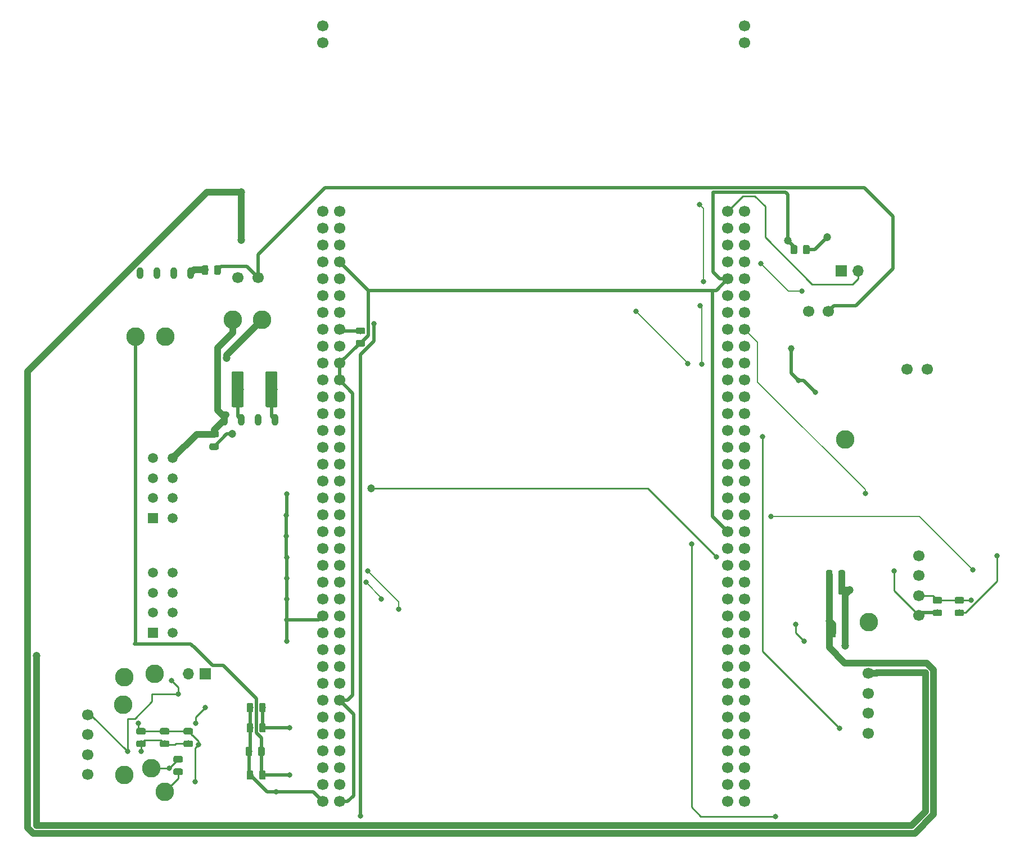
<source format=gbr>
G04 #@! TF.GenerationSoftware,KiCad,Pcbnew,(5.1.4)-1*
G04 #@! TF.CreationDate,2019-11-07T18:39:05-06:00*
G04 #@! TF.ProjectId,_autosave-_autosave-BPS-Nucleo,5f617574-6f73-4617-9665-2d5f6175746f,rev?*
G04 #@! TF.SameCoordinates,Original*
G04 #@! TF.FileFunction,Copper,L2,Bot*
G04 #@! TF.FilePolarity,Positive*
%FSLAX46Y46*%
G04 Gerber Fmt 4.6, Leading zero omitted, Abs format (unit mm)*
G04 Created by KiCad (PCBNEW (5.1.4)-1) date 2019-11-07 18:39:05*
%MOMM*%
%LPD*%
G04 APERTURE LIST*
%ADD10C,1.700000*%
%ADD11C,2.800000*%
%ADD12C,0.100000*%
%ADD13C,0.975000*%
%ADD14C,1.800000*%
%ADD15O,1.700000X1.700000*%
%ADD16R,1.700000X1.700000*%
%ADD17C,1.500000*%
%ADD18R,1.500000X1.500000*%
%ADD19O,1.000000X1.800000*%
%ADD20C,1.200000*%
%ADD21C,0.800000*%
%ADD22C,1.000000*%
%ADD23C,1.000000*%
%ADD24C,0.500000*%
%ADD25C,0.260000*%
%ADD26C,0.250000*%
%ADD27C,0.150000*%
G04 APERTURE END LIST*
D10*
X124460000Y-55499000D03*
X127000000Y-55499000D03*
X124460000Y-58039000D03*
X127000000Y-58039000D03*
X124460000Y-60579000D03*
X127000000Y-60579000D03*
X124460000Y-63119000D03*
X127000000Y-63119000D03*
X124460000Y-65659000D03*
X127000000Y-65659000D03*
X124460000Y-68199000D03*
X127000000Y-68199000D03*
X124460000Y-70739000D03*
X127000000Y-70739000D03*
X124460000Y-73279000D03*
X127000000Y-73279000D03*
X124460000Y-75819000D03*
X127000000Y-75819000D03*
X124460000Y-78359000D03*
X127000000Y-78359000D03*
X124460000Y-80899000D03*
X127000000Y-80899000D03*
X124460000Y-83439000D03*
X127000000Y-83439000D03*
X124460000Y-85979000D03*
X127000000Y-85979000D03*
X124460000Y-88519000D03*
X127000000Y-88519000D03*
X124460000Y-91059000D03*
X127000000Y-91059000D03*
X124460000Y-93599000D03*
X127000000Y-93599000D03*
X124460000Y-96139000D03*
X127000000Y-96139000D03*
X124460000Y-98679000D03*
X127000000Y-98679000D03*
X124460000Y-101219000D03*
X127000000Y-101219000D03*
X124460000Y-103759000D03*
X127000000Y-103759000D03*
X124460000Y-106299000D03*
X127000000Y-106299000D03*
X124460000Y-108839000D03*
X127000000Y-108839000D03*
X124460000Y-111379000D03*
X127000000Y-111379000D03*
X124460000Y-113919000D03*
X127000000Y-113919000D03*
X124460000Y-116459000D03*
X127000000Y-116459000D03*
X124460000Y-118999000D03*
X127000000Y-118999000D03*
X124460000Y-121539000D03*
X127000000Y-121539000D03*
X124460000Y-124079000D03*
X127000000Y-124079000D03*
X124460000Y-126619000D03*
X127000000Y-126619000D03*
X124460000Y-129159000D03*
X127000000Y-129159000D03*
X124460000Y-131699000D03*
X127000000Y-131699000D03*
X124460000Y-134239000D03*
X127000000Y-134239000D03*
X124460000Y-136779000D03*
X127000000Y-136779000D03*
X124460000Y-139319000D03*
X127000000Y-139319000D03*
X124460000Y-141859000D03*
X127000000Y-141859000D03*
X124460000Y-144399000D03*
X127000000Y-144399000D03*
X185420000Y-55499000D03*
X187960000Y-55499000D03*
X185420000Y-58039000D03*
X187960000Y-58039000D03*
X185420000Y-60579000D03*
X187960000Y-60579000D03*
X185420000Y-63119000D03*
X187960000Y-63119000D03*
X185420000Y-65659000D03*
X187960000Y-65659000D03*
X185420000Y-68199000D03*
X187960000Y-68199000D03*
X185420000Y-70739000D03*
X187960000Y-70739000D03*
X185420000Y-73279000D03*
X187960000Y-73279000D03*
X185420000Y-75819000D03*
X187960000Y-75819000D03*
X185420000Y-78359000D03*
X187960000Y-78359000D03*
X185420000Y-80899000D03*
X187960000Y-80899000D03*
X185420000Y-83439000D03*
X187960000Y-83439000D03*
X185420000Y-85979000D03*
X187960000Y-85979000D03*
X185420000Y-88519000D03*
X187960000Y-88519000D03*
X185420000Y-91059000D03*
X187960000Y-91059000D03*
X185420000Y-93599000D03*
X187960000Y-93599000D03*
X185420000Y-96139000D03*
X187960000Y-96139000D03*
X185420000Y-98679000D03*
X187960000Y-98679000D03*
X185420000Y-101219000D03*
X187960000Y-101219000D03*
X185420000Y-103759000D03*
X187960000Y-103759000D03*
X185420000Y-106299000D03*
X187960000Y-106299000D03*
X185420000Y-108839000D03*
X187960000Y-108839000D03*
X185420000Y-111379000D03*
X187960000Y-111379000D03*
X185420000Y-113919000D03*
X187960000Y-113919000D03*
X185420000Y-116459000D03*
X187960000Y-116459000D03*
X185420000Y-118999000D03*
X187960000Y-118999000D03*
X185420000Y-121539000D03*
X187960000Y-121539000D03*
X185420000Y-124079000D03*
X187960000Y-124079000D03*
X185420000Y-126619000D03*
X187960000Y-126619000D03*
X185420000Y-129159000D03*
X187960000Y-129159000D03*
X185420000Y-131699000D03*
X187960000Y-131699000D03*
X185420000Y-134239000D03*
X187960000Y-134239000D03*
X185420000Y-136779000D03*
X187960000Y-136779000D03*
X185420000Y-139319000D03*
X187960000Y-139319000D03*
X185420000Y-141859000D03*
X187960000Y-141859000D03*
X185420000Y-144399000D03*
X187960000Y-144399000D03*
X124460000Y-27559000D03*
X124460000Y-30099000D03*
X187960000Y-27559000D03*
X187960000Y-30099000D03*
D11*
X100624640Y-142951200D03*
D12*
G36*
X201473742Y-118292554D02*
G01*
X201497403Y-118296064D01*
X201520607Y-118301876D01*
X201543129Y-118309934D01*
X201564753Y-118320162D01*
X201585270Y-118332459D01*
X201604483Y-118346709D01*
X201622207Y-118362773D01*
X201638271Y-118380497D01*
X201652521Y-118399710D01*
X201664818Y-118420227D01*
X201675046Y-118441851D01*
X201683104Y-118464373D01*
X201688916Y-118487577D01*
X201692426Y-118511238D01*
X201693600Y-118535130D01*
X201693600Y-119447630D01*
X201692426Y-119471522D01*
X201688916Y-119495183D01*
X201683104Y-119518387D01*
X201675046Y-119540909D01*
X201664818Y-119562533D01*
X201652521Y-119583050D01*
X201638271Y-119602263D01*
X201622207Y-119619987D01*
X201604483Y-119636051D01*
X201585270Y-119650301D01*
X201564753Y-119662598D01*
X201543129Y-119672826D01*
X201520607Y-119680884D01*
X201497403Y-119686696D01*
X201473742Y-119690206D01*
X201449850Y-119691380D01*
X200962350Y-119691380D01*
X200938458Y-119690206D01*
X200914797Y-119686696D01*
X200891593Y-119680884D01*
X200869071Y-119672826D01*
X200847447Y-119662598D01*
X200826930Y-119650301D01*
X200807717Y-119636051D01*
X200789993Y-119619987D01*
X200773929Y-119602263D01*
X200759679Y-119583050D01*
X200747382Y-119562533D01*
X200737154Y-119540909D01*
X200729096Y-119518387D01*
X200723284Y-119495183D01*
X200719774Y-119471522D01*
X200718600Y-119447630D01*
X200718600Y-118535130D01*
X200719774Y-118511238D01*
X200723284Y-118487577D01*
X200729096Y-118464373D01*
X200737154Y-118441851D01*
X200747382Y-118420227D01*
X200759679Y-118399710D01*
X200773929Y-118380497D01*
X200789993Y-118362773D01*
X200807717Y-118346709D01*
X200826930Y-118332459D01*
X200847447Y-118320162D01*
X200869071Y-118309934D01*
X200891593Y-118301876D01*
X200914797Y-118296064D01*
X200938458Y-118292554D01*
X200962350Y-118291380D01*
X201449850Y-118291380D01*
X201473742Y-118292554D01*
X201473742Y-118292554D01*
G37*
D13*
X201206100Y-118991380D03*
D12*
G36*
X203348742Y-118292554D02*
G01*
X203372403Y-118296064D01*
X203395607Y-118301876D01*
X203418129Y-118309934D01*
X203439753Y-118320162D01*
X203460270Y-118332459D01*
X203479483Y-118346709D01*
X203497207Y-118362773D01*
X203513271Y-118380497D01*
X203527521Y-118399710D01*
X203539818Y-118420227D01*
X203550046Y-118441851D01*
X203558104Y-118464373D01*
X203563916Y-118487577D01*
X203567426Y-118511238D01*
X203568600Y-118535130D01*
X203568600Y-119447630D01*
X203567426Y-119471522D01*
X203563916Y-119495183D01*
X203558104Y-119518387D01*
X203550046Y-119540909D01*
X203539818Y-119562533D01*
X203527521Y-119583050D01*
X203513271Y-119602263D01*
X203497207Y-119619987D01*
X203479483Y-119636051D01*
X203460270Y-119650301D01*
X203439753Y-119662598D01*
X203418129Y-119672826D01*
X203395607Y-119680884D01*
X203372403Y-119686696D01*
X203348742Y-119690206D01*
X203324850Y-119691380D01*
X202837350Y-119691380D01*
X202813458Y-119690206D01*
X202789797Y-119686696D01*
X202766593Y-119680884D01*
X202744071Y-119672826D01*
X202722447Y-119662598D01*
X202701930Y-119650301D01*
X202682717Y-119636051D01*
X202664993Y-119619987D01*
X202648929Y-119602263D01*
X202634679Y-119583050D01*
X202622382Y-119562533D01*
X202612154Y-119540909D01*
X202604096Y-119518387D01*
X202598284Y-119495183D01*
X202594774Y-119471522D01*
X202593600Y-119447630D01*
X202593600Y-118535130D01*
X202594774Y-118511238D01*
X202598284Y-118487577D01*
X202604096Y-118464373D01*
X202612154Y-118441851D01*
X202622382Y-118420227D01*
X202634679Y-118399710D01*
X202648929Y-118380497D01*
X202664993Y-118362773D01*
X202682717Y-118346709D01*
X202701930Y-118332459D01*
X202722447Y-118320162D01*
X202744071Y-118309934D01*
X202766593Y-118301876D01*
X202789797Y-118296064D01*
X202813458Y-118292554D01*
X202837350Y-118291380D01*
X203324850Y-118291380D01*
X203348742Y-118292554D01*
X203348742Y-118292554D01*
G37*
D13*
X203081100Y-118991380D03*
D12*
G36*
X200965742Y-111815554D02*
G01*
X200989403Y-111819064D01*
X201012607Y-111824876D01*
X201035129Y-111832934D01*
X201056753Y-111843162D01*
X201077270Y-111855459D01*
X201096483Y-111869709D01*
X201114207Y-111885773D01*
X201130271Y-111903497D01*
X201144521Y-111922710D01*
X201156818Y-111943227D01*
X201167046Y-111964851D01*
X201175104Y-111987373D01*
X201180916Y-112010577D01*
X201184426Y-112034238D01*
X201185600Y-112058130D01*
X201185600Y-112970630D01*
X201184426Y-112994522D01*
X201180916Y-113018183D01*
X201175104Y-113041387D01*
X201167046Y-113063909D01*
X201156818Y-113085533D01*
X201144521Y-113106050D01*
X201130271Y-113125263D01*
X201114207Y-113142987D01*
X201096483Y-113159051D01*
X201077270Y-113173301D01*
X201056753Y-113185598D01*
X201035129Y-113195826D01*
X201012607Y-113203884D01*
X200989403Y-113209696D01*
X200965742Y-113213206D01*
X200941850Y-113214380D01*
X200454350Y-113214380D01*
X200430458Y-113213206D01*
X200406797Y-113209696D01*
X200383593Y-113203884D01*
X200361071Y-113195826D01*
X200339447Y-113185598D01*
X200318930Y-113173301D01*
X200299717Y-113159051D01*
X200281993Y-113142987D01*
X200265929Y-113125263D01*
X200251679Y-113106050D01*
X200239382Y-113085533D01*
X200229154Y-113063909D01*
X200221096Y-113041387D01*
X200215284Y-113018183D01*
X200211774Y-112994522D01*
X200210600Y-112970630D01*
X200210600Y-112058130D01*
X200211774Y-112034238D01*
X200215284Y-112010577D01*
X200221096Y-111987373D01*
X200229154Y-111964851D01*
X200239382Y-111943227D01*
X200251679Y-111922710D01*
X200265929Y-111903497D01*
X200281993Y-111885773D01*
X200299717Y-111869709D01*
X200318930Y-111855459D01*
X200339447Y-111843162D01*
X200361071Y-111832934D01*
X200383593Y-111824876D01*
X200406797Y-111819064D01*
X200430458Y-111815554D01*
X200454350Y-111814380D01*
X200941850Y-111814380D01*
X200965742Y-111815554D01*
X200965742Y-111815554D01*
G37*
D13*
X200698100Y-112514380D03*
D12*
G36*
X202840742Y-111815554D02*
G01*
X202864403Y-111819064D01*
X202887607Y-111824876D01*
X202910129Y-111832934D01*
X202931753Y-111843162D01*
X202952270Y-111855459D01*
X202971483Y-111869709D01*
X202989207Y-111885773D01*
X203005271Y-111903497D01*
X203019521Y-111922710D01*
X203031818Y-111943227D01*
X203042046Y-111964851D01*
X203050104Y-111987373D01*
X203055916Y-112010577D01*
X203059426Y-112034238D01*
X203060600Y-112058130D01*
X203060600Y-112970630D01*
X203059426Y-112994522D01*
X203055916Y-113018183D01*
X203050104Y-113041387D01*
X203042046Y-113063909D01*
X203031818Y-113085533D01*
X203019521Y-113106050D01*
X203005271Y-113125263D01*
X202989207Y-113142987D01*
X202971483Y-113159051D01*
X202952270Y-113173301D01*
X202931753Y-113185598D01*
X202910129Y-113195826D01*
X202887607Y-113203884D01*
X202864403Y-113209696D01*
X202840742Y-113213206D01*
X202816850Y-113214380D01*
X202329350Y-113214380D01*
X202305458Y-113213206D01*
X202281797Y-113209696D01*
X202258593Y-113203884D01*
X202236071Y-113195826D01*
X202214447Y-113185598D01*
X202193930Y-113173301D01*
X202174717Y-113159051D01*
X202156993Y-113142987D01*
X202140929Y-113125263D01*
X202126679Y-113106050D01*
X202114382Y-113085533D01*
X202104154Y-113063909D01*
X202096096Y-113041387D01*
X202090284Y-113018183D01*
X202086774Y-112994522D01*
X202085600Y-112970630D01*
X202085600Y-112058130D01*
X202086774Y-112034238D01*
X202090284Y-112010577D01*
X202096096Y-111987373D01*
X202104154Y-111964851D01*
X202114382Y-111943227D01*
X202126679Y-111922710D01*
X202140929Y-111903497D01*
X202156993Y-111885773D01*
X202174717Y-111869709D01*
X202193930Y-111855459D01*
X202214447Y-111843162D01*
X202236071Y-111832934D01*
X202258593Y-111824876D01*
X202281797Y-111819064D01*
X202305458Y-111815554D01*
X202329350Y-111814380D01*
X202816850Y-111814380D01*
X202840742Y-111815554D01*
X202840742Y-111815554D01*
G37*
D13*
X202573100Y-112514380D03*
D12*
G36*
X200965742Y-109529554D02*
G01*
X200989403Y-109533064D01*
X201012607Y-109538876D01*
X201035129Y-109546934D01*
X201056753Y-109557162D01*
X201077270Y-109569459D01*
X201096483Y-109583709D01*
X201114207Y-109599773D01*
X201130271Y-109617497D01*
X201144521Y-109636710D01*
X201156818Y-109657227D01*
X201167046Y-109678851D01*
X201175104Y-109701373D01*
X201180916Y-109724577D01*
X201184426Y-109748238D01*
X201185600Y-109772130D01*
X201185600Y-110684630D01*
X201184426Y-110708522D01*
X201180916Y-110732183D01*
X201175104Y-110755387D01*
X201167046Y-110777909D01*
X201156818Y-110799533D01*
X201144521Y-110820050D01*
X201130271Y-110839263D01*
X201114207Y-110856987D01*
X201096483Y-110873051D01*
X201077270Y-110887301D01*
X201056753Y-110899598D01*
X201035129Y-110909826D01*
X201012607Y-110917884D01*
X200989403Y-110923696D01*
X200965742Y-110927206D01*
X200941850Y-110928380D01*
X200454350Y-110928380D01*
X200430458Y-110927206D01*
X200406797Y-110923696D01*
X200383593Y-110917884D01*
X200361071Y-110909826D01*
X200339447Y-110899598D01*
X200318930Y-110887301D01*
X200299717Y-110873051D01*
X200281993Y-110856987D01*
X200265929Y-110839263D01*
X200251679Y-110820050D01*
X200239382Y-110799533D01*
X200229154Y-110777909D01*
X200221096Y-110755387D01*
X200215284Y-110732183D01*
X200211774Y-110708522D01*
X200210600Y-110684630D01*
X200210600Y-109772130D01*
X200211774Y-109748238D01*
X200215284Y-109724577D01*
X200221096Y-109701373D01*
X200229154Y-109678851D01*
X200239382Y-109657227D01*
X200251679Y-109636710D01*
X200265929Y-109617497D01*
X200281993Y-109599773D01*
X200299717Y-109583709D01*
X200318930Y-109569459D01*
X200339447Y-109557162D01*
X200361071Y-109546934D01*
X200383593Y-109538876D01*
X200406797Y-109533064D01*
X200430458Y-109529554D01*
X200454350Y-109528380D01*
X200941850Y-109528380D01*
X200965742Y-109529554D01*
X200965742Y-109529554D01*
G37*
D13*
X200698100Y-110228380D03*
D12*
G36*
X202840742Y-109529554D02*
G01*
X202864403Y-109533064D01*
X202887607Y-109538876D01*
X202910129Y-109546934D01*
X202931753Y-109557162D01*
X202952270Y-109569459D01*
X202971483Y-109583709D01*
X202989207Y-109599773D01*
X203005271Y-109617497D01*
X203019521Y-109636710D01*
X203031818Y-109657227D01*
X203042046Y-109678851D01*
X203050104Y-109701373D01*
X203055916Y-109724577D01*
X203059426Y-109748238D01*
X203060600Y-109772130D01*
X203060600Y-110684630D01*
X203059426Y-110708522D01*
X203055916Y-110732183D01*
X203050104Y-110755387D01*
X203042046Y-110777909D01*
X203031818Y-110799533D01*
X203019521Y-110820050D01*
X203005271Y-110839263D01*
X202989207Y-110856987D01*
X202971483Y-110873051D01*
X202952270Y-110887301D01*
X202931753Y-110899598D01*
X202910129Y-110909826D01*
X202887607Y-110917884D01*
X202864403Y-110923696D01*
X202840742Y-110927206D01*
X202816850Y-110928380D01*
X202329350Y-110928380D01*
X202305458Y-110927206D01*
X202281797Y-110923696D01*
X202258593Y-110917884D01*
X202236071Y-110909826D01*
X202214447Y-110899598D01*
X202193930Y-110887301D01*
X202174717Y-110873051D01*
X202156993Y-110856987D01*
X202140929Y-110839263D01*
X202126679Y-110820050D01*
X202114382Y-110799533D01*
X202104154Y-110777909D01*
X202096096Y-110755387D01*
X202090284Y-110732183D01*
X202086774Y-110708522D01*
X202085600Y-110684630D01*
X202085600Y-109772130D01*
X202086774Y-109748238D01*
X202090284Y-109724577D01*
X202096096Y-109701373D01*
X202104154Y-109678851D01*
X202114382Y-109657227D01*
X202126679Y-109636710D01*
X202140929Y-109617497D01*
X202156993Y-109599773D01*
X202174717Y-109583709D01*
X202193930Y-109569459D01*
X202214447Y-109557162D01*
X202236071Y-109546934D01*
X202258593Y-109538876D01*
X202281797Y-109533064D01*
X202305458Y-109529554D01*
X202329350Y-109528380D01*
X202816850Y-109528380D01*
X202840742Y-109529554D01*
X202840742Y-109529554D01*
G37*
D13*
X202573100Y-110228380D03*
D12*
G36*
X106982722Y-63619054D02*
G01*
X107006383Y-63622564D01*
X107029587Y-63628376D01*
X107052109Y-63636434D01*
X107073733Y-63646662D01*
X107094250Y-63658959D01*
X107113463Y-63673209D01*
X107131187Y-63689273D01*
X107147251Y-63706997D01*
X107161501Y-63726210D01*
X107173798Y-63746727D01*
X107184026Y-63768351D01*
X107192084Y-63790873D01*
X107197896Y-63814077D01*
X107201406Y-63837738D01*
X107202580Y-63861630D01*
X107202580Y-64774130D01*
X107201406Y-64798022D01*
X107197896Y-64821683D01*
X107192084Y-64844887D01*
X107184026Y-64867409D01*
X107173798Y-64889033D01*
X107161501Y-64909550D01*
X107147251Y-64928763D01*
X107131187Y-64946487D01*
X107113463Y-64962551D01*
X107094250Y-64976801D01*
X107073733Y-64989098D01*
X107052109Y-64999326D01*
X107029587Y-65007384D01*
X107006383Y-65013196D01*
X106982722Y-65016706D01*
X106958830Y-65017880D01*
X106471330Y-65017880D01*
X106447438Y-65016706D01*
X106423777Y-65013196D01*
X106400573Y-65007384D01*
X106378051Y-64999326D01*
X106356427Y-64989098D01*
X106335910Y-64976801D01*
X106316697Y-64962551D01*
X106298973Y-64946487D01*
X106282909Y-64928763D01*
X106268659Y-64909550D01*
X106256362Y-64889033D01*
X106246134Y-64867409D01*
X106238076Y-64844887D01*
X106232264Y-64821683D01*
X106228754Y-64798022D01*
X106227580Y-64774130D01*
X106227580Y-63861630D01*
X106228754Y-63837738D01*
X106232264Y-63814077D01*
X106238076Y-63790873D01*
X106246134Y-63768351D01*
X106256362Y-63746727D01*
X106268659Y-63726210D01*
X106282909Y-63706997D01*
X106298973Y-63689273D01*
X106316697Y-63673209D01*
X106335910Y-63658959D01*
X106356427Y-63646662D01*
X106378051Y-63636434D01*
X106400573Y-63628376D01*
X106423777Y-63622564D01*
X106447438Y-63619054D01*
X106471330Y-63617880D01*
X106958830Y-63617880D01*
X106982722Y-63619054D01*
X106982722Y-63619054D01*
G37*
D13*
X106715080Y-64317880D03*
D12*
G36*
X108857722Y-63619054D02*
G01*
X108881383Y-63622564D01*
X108904587Y-63628376D01*
X108927109Y-63636434D01*
X108948733Y-63646662D01*
X108969250Y-63658959D01*
X108988463Y-63673209D01*
X109006187Y-63689273D01*
X109022251Y-63706997D01*
X109036501Y-63726210D01*
X109048798Y-63746727D01*
X109059026Y-63768351D01*
X109067084Y-63790873D01*
X109072896Y-63814077D01*
X109076406Y-63837738D01*
X109077580Y-63861630D01*
X109077580Y-64774130D01*
X109076406Y-64798022D01*
X109072896Y-64821683D01*
X109067084Y-64844887D01*
X109059026Y-64867409D01*
X109048798Y-64889033D01*
X109036501Y-64909550D01*
X109022251Y-64928763D01*
X109006187Y-64946487D01*
X108988463Y-64962551D01*
X108969250Y-64976801D01*
X108948733Y-64989098D01*
X108927109Y-64999326D01*
X108904587Y-65007384D01*
X108881383Y-65013196D01*
X108857722Y-65016706D01*
X108833830Y-65017880D01*
X108346330Y-65017880D01*
X108322438Y-65016706D01*
X108298777Y-65013196D01*
X108275573Y-65007384D01*
X108253051Y-64999326D01*
X108231427Y-64989098D01*
X108210910Y-64976801D01*
X108191697Y-64962551D01*
X108173973Y-64946487D01*
X108157909Y-64928763D01*
X108143659Y-64909550D01*
X108131362Y-64889033D01*
X108121134Y-64867409D01*
X108113076Y-64844887D01*
X108107264Y-64821683D01*
X108103754Y-64798022D01*
X108102580Y-64774130D01*
X108102580Y-63861630D01*
X108103754Y-63837738D01*
X108107264Y-63814077D01*
X108113076Y-63790873D01*
X108121134Y-63768351D01*
X108131362Y-63746727D01*
X108143659Y-63726210D01*
X108157909Y-63706997D01*
X108173973Y-63689273D01*
X108191697Y-63673209D01*
X108210910Y-63658959D01*
X108231427Y-63646662D01*
X108253051Y-63636434D01*
X108275573Y-63628376D01*
X108298777Y-63622564D01*
X108322438Y-63619054D01*
X108346330Y-63617880D01*
X108833830Y-63617880D01*
X108857722Y-63619054D01*
X108857722Y-63619054D01*
G37*
D13*
X108590080Y-64317880D03*
D12*
G36*
X130609422Y-74865794D02*
G01*
X130633083Y-74869304D01*
X130656287Y-74875116D01*
X130678809Y-74883174D01*
X130700433Y-74893402D01*
X130720950Y-74905699D01*
X130740163Y-74919949D01*
X130757887Y-74936013D01*
X130773951Y-74953737D01*
X130788201Y-74972950D01*
X130800498Y-74993467D01*
X130810726Y-75015091D01*
X130818784Y-75037613D01*
X130824596Y-75060817D01*
X130828106Y-75084478D01*
X130829280Y-75108370D01*
X130829280Y-75595870D01*
X130828106Y-75619762D01*
X130824596Y-75643423D01*
X130818784Y-75666627D01*
X130810726Y-75689149D01*
X130800498Y-75710773D01*
X130788201Y-75731290D01*
X130773951Y-75750503D01*
X130757887Y-75768227D01*
X130740163Y-75784291D01*
X130720950Y-75798541D01*
X130700433Y-75810838D01*
X130678809Y-75821066D01*
X130656287Y-75829124D01*
X130633083Y-75834936D01*
X130609422Y-75838446D01*
X130585530Y-75839620D01*
X129673030Y-75839620D01*
X129649138Y-75838446D01*
X129625477Y-75834936D01*
X129602273Y-75829124D01*
X129579751Y-75821066D01*
X129558127Y-75810838D01*
X129537610Y-75798541D01*
X129518397Y-75784291D01*
X129500673Y-75768227D01*
X129484609Y-75750503D01*
X129470359Y-75731290D01*
X129458062Y-75710773D01*
X129447834Y-75689149D01*
X129439776Y-75666627D01*
X129433964Y-75643423D01*
X129430454Y-75619762D01*
X129429280Y-75595870D01*
X129429280Y-75108370D01*
X129430454Y-75084478D01*
X129433964Y-75060817D01*
X129439776Y-75037613D01*
X129447834Y-75015091D01*
X129458062Y-74993467D01*
X129470359Y-74972950D01*
X129484609Y-74953737D01*
X129500673Y-74936013D01*
X129518397Y-74919949D01*
X129537610Y-74905699D01*
X129558127Y-74893402D01*
X129579751Y-74883174D01*
X129602273Y-74875116D01*
X129625477Y-74869304D01*
X129649138Y-74865794D01*
X129673030Y-74864620D01*
X130585530Y-74864620D01*
X130609422Y-74865794D01*
X130609422Y-74865794D01*
G37*
D13*
X130129280Y-75352120D03*
D12*
G36*
X130609422Y-72990794D02*
G01*
X130633083Y-72994304D01*
X130656287Y-73000116D01*
X130678809Y-73008174D01*
X130700433Y-73018402D01*
X130720950Y-73030699D01*
X130740163Y-73044949D01*
X130757887Y-73061013D01*
X130773951Y-73078737D01*
X130788201Y-73097950D01*
X130800498Y-73118467D01*
X130810726Y-73140091D01*
X130818784Y-73162613D01*
X130824596Y-73185817D01*
X130828106Y-73209478D01*
X130829280Y-73233370D01*
X130829280Y-73720870D01*
X130828106Y-73744762D01*
X130824596Y-73768423D01*
X130818784Y-73791627D01*
X130810726Y-73814149D01*
X130800498Y-73835773D01*
X130788201Y-73856290D01*
X130773951Y-73875503D01*
X130757887Y-73893227D01*
X130740163Y-73909291D01*
X130720950Y-73923541D01*
X130700433Y-73935838D01*
X130678809Y-73946066D01*
X130656287Y-73954124D01*
X130633083Y-73959936D01*
X130609422Y-73963446D01*
X130585530Y-73964620D01*
X129673030Y-73964620D01*
X129649138Y-73963446D01*
X129625477Y-73959936D01*
X129602273Y-73954124D01*
X129579751Y-73946066D01*
X129558127Y-73935838D01*
X129537610Y-73923541D01*
X129518397Y-73909291D01*
X129500673Y-73893227D01*
X129484609Y-73875503D01*
X129470359Y-73856290D01*
X129458062Y-73835773D01*
X129447834Y-73814149D01*
X129439776Y-73791627D01*
X129433964Y-73768423D01*
X129430454Y-73744762D01*
X129429280Y-73720870D01*
X129429280Y-73233370D01*
X129430454Y-73209478D01*
X129433964Y-73185817D01*
X129439776Y-73162613D01*
X129447834Y-73140091D01*
X129458062Y-73118467D01*
X129470359Y-73097950D01*
X129484609Y-73078737D01*
X129500673Y-73061013D01*
X129518397Y-73044949D01*
X129537610Y-73030699D01*
X129558127Y-73018402D01*
X129579751Y-73008174D01*
X129602273Y-73000116D01*
X129625477Y-72994304D01*
X129649138Y-72990794D01*
X129673030Y-72989620D01*
X130585530Y-72989620D01*
X130609422Y-72990794D01*
X130609422Y-72990794D01*
G37*
D13*
X130129280Y-73477120D03*
D12*
G36*
X103136782Y-139416874D02*
G01*
X103160443Y-139420384D01*
X103183647Y-139426196D01*
X103206169Y-139434254D01*
X103227793Y-139444482D01*
X103248310Y-139456779D01*
X103267523Y-139471029D01*
X103285247Y-139487093D01*
X103301311Y-139504817D01*
X103315561Y-139524030D01*
X103327858Y-139544547D01*
X103338086Y-139566171D01*
X103346144Y-139588693D01*
X103351956Y-139611897D01*
X103355466Y-139635558D01*
X103356640Y-139659450D01*
X103356640Y-140146950D01*
X103355466Y-140170842D01*
X103351956Y-140194503D01*
X103346144Y-140217707D01*
X103338086Y-140240229D01*
X103327858Y-140261853D01*
X103315561Y-140282370D01*
X103301311Y-140301583D01*
X103285247Y-140319307D01*
X103267523Y-140335371D01*
X103248310Y-140349621D01*
X103227793Y-140361918D01*
X103206169Y-140372146D01*
X103183647Y-140380204D01*
X103160443Y-140386016D01*
X103136782Y-140389526D01*
X103112890Y-140390700D01*
X102200390Y-140390700D01*
X102176498Y-140389526D01*
X102152837Y-140386016D01*
X102129633Y-140380204D01*
X102107111Y-140372146D01*
X102085487Y-140361918D01*
X102064970Y-140349621D01*
X102045757Y-140335371D01*
X102028033Y-140319307D01*
X102011969Y-140301583D01*
X101997719Y-140282370D01*
X101985422Y-140261853D01*
X101975194Y-140240229D01*
X101967136Y-140217707D01*
X101961324Y-140194503D01*
X101957814Y-140170842D01*
X101956640Y-140146950D01*
X101956640Y-139659450D01*
X101957814Y-139635558D01*
X101961324Y-139611897D01*
X101967136Y-139588693D01*
X101975194Y-139566171D01*
X101985422Y-139544547D01*
X101997719Y-139524030D01*
X102011969Y-139504817D01*
X102028033Y-139487093D01*
X102045757Y-139471029D01*
X102064970Y-139456779D01*
X102085487Y-139444482D01*
X102107111Y-139434254D01*
X102129633Y-139426196D01*
X102152837Y-139420384D01*
X102176498Y-139416874D01*
X102200390Y-139415700D01*
X103112890Y-139415700D01*
X103136782Y-139416874D01*
X103136782Y-139416874D01*
G37*
D13*
X102656640Y-139903200D03*
D12*
G36*
X103136782Y-137541874D02*
G01*
X103160443Y-137545384D01*
X103183647Y-137551196D01*
X103206169Y-137559254D01*
X103227793Y-137569482D01*
X103248310Y-137581779D01*
X103267523Y-137596029D01*
X103285247Y-137612093D01*
X103301311Y-137629817D01*
X103315561Y-137649030D01*
X103327858Y-137669547D01*
X103338086Y-137691171D01*
X103346144Y-137713693D01*
X103351956Y-137736897D01*
X103355466Y-137760558D01*
X103356640Y-137784450D01*
X103356640Y-138271950D01*
X103355466Y-138295842D01*
X103351956Y-138319503D01*
X103346144Y-138342707D01*
X103338086Y-138365229D01*
X103327858Y-138386853D01*
X103315561Y-138407370D01*
X103301311Y-138426583D01*
X103285247Y-138444307D01*
X103267523Y-138460371D01*
X103248310Y-138474621D01*
X103227793Y-138486918D01*
X103206169Y-138497146D01*
X103183647Y-138505204D01*
X103160443Y-138511016D01*
X103136782Y-138514526D01*
X103112890Y-138515700D01*
X102200390Y-138515700D01*
X102176498Y-138514526D01*
X102152837Y-138511016D01*
X102129633Y-138505204D01*
X102107111Y-138497146D01*
X102085487Y-138486918D01*
X102064970Y-138474621D01*
X102045757Y-138460371D01*
X102028033Y-138444307D01*
X102011969Y-138426583D01*
X101997719Y-138407370D01*
X101985422Y-138386853D01*
X101975194Y-138365229D01*
X101967136Y-138342707D01*
X101961324Y-138319503D01*
X101957814Y-138295842D01*
X101956640Y-138271950D01*
X101956640Y-137784450D01*
X101957814Y-137760558D01*
X101961324Y-137736897D01*
X101967136Y-137713693D01*
X101975194Y-137691171D01*
X101985422Y-137669547D01*
X101997719Y-137649030D01*
X102011969Y-137629817D01*
X102028033Y-137612093D01*
X102045757Y-137596029D01*
X102064970Y-137581779D01*
X102085487Y-137569482D01*
X102107111Y-137559254D01*
X102129633Y-137551196D01*
X102152837Y-137545384D01*
X102176498Y-137541874D01*
X102200390Y-137540700D01*
X103112890Y-137540700D01*
X103136782Y-137541874D01*
X103136782Y-137541874D01*
G37*
D13*
X102656640Y-138028200D03*
D12*
G36*
X197518962Y-60545654D02*
G01*
X197542623Y-60549164D01*
X197565827Y-60554976D01*
X197588349Y-60563034D01*
X197609973Y-60573262D01*
X197630490Y-60585559D01*
X197649703Y-60599809D01*
X197667427Y-60615873D01*
X197683491Y-60633597D01*
X197697741Y-60652810D01*
X197710038Y-60673327D01*
X197720266Y-60694951D01*
X197728324Y-60717473D01*
X197734136Y-60740677D01*
X197737646Y-60764338D01*
X197738820Y-60788230D01*
X197738820Y-61700730D01*
X197737646Y-61724622D01*
X197734136Y-61748283D01*
X197728324Y-61771487D01*
X197720266Y-61794009D01*
X197710038Y-61815633D01*
X197697741Y-61836150D01*
X197683491Y-61855363D01*
X197667427Y-61873087D01*
X197649703Y-61889151D01*
X197630490Y-61903401D01*
X197609973Y-61915698D01*
X197588349Y-61925926D01*
X197565827Y-61933984D01*
X197542623Y-61939796D01*
X197518962Y-61943306D01*
X197495070Y-61944480D01*
X197007570Y-61944480D01*
X196983678Y-61943306D01*
X196960017Y-61939796D01*
X196936813Y-61933984D01*
X196914291Y-61925926D01*
X196892667Y-61915698D01*
X196872150Y-61903401D01*
X196852937Y-61889151D01*
X196835213Y-61873087D01*
X196819149Y-61855363D01*
X196804899Y-61836150D01*
X196792602Y-61815633D01*
X196782374Y-61794009D01*
X196774316Y-61771487D01*
X196768504Y-61748283D01*
X196764994Y-61724622D01*
X196763820Y-61700730D01*
X196763820Y-60788230D01*
X196764994Y-60764338D01*
X196768504Y-60740677D01*
X196774316Y-60717473D01*
X196782374Y-60694951D01*
X196792602Y-60673327D01*
X196804899Y-60652810D01*
X196819149Y-60633597D01*
X196835213Y-60615873D01*
X196852937Y-60599809D01*
X196872150Y-60585559D01*
X196892667Y-60573262D01*
X196914291Y-60563034D01*
X196936813Y-60554976D01*
X196960017Y-60549164D01*
X196983678Y-60545654D01*
X197007570Y-60544480D01*
X197495070Y-60544480D01*
X197518962Y-60545654D01*
X197518962Y-60545654D01*
G37*
D13*
X197251320Y-61244480D03*
D12*
G36*
X195643962Y-60545654D02*
G01*
X195667623Y-60549164D01*
X195690827Y-60554976D01*
X195713349Y-60563034D01*
X195734973Y-60573262D01*
X195755490Y-60585559D01*
X195774703Y-60599809D01*
X195792427Y-60615873D01*
X195808491Y-60633597D01*
X195822741Y-60652810D01*
X195835038Y-60673327D01*
X195845266Y-60694951D01*
X195853324Y-60717473D01*
X195859136Y-60740677D01*
X195862646Y-60764338D01*
X195863820Y-60788230D01*
X195863820Y-61700730D01*
X195862646Y-61724622D01*
X195859136Y-61748283D01*
X195853324Y-61771487D01*
X195845266Y-61794009D01*
X195835038Y-61815633D01*
X195822741Y-61836150D01*
X195808491Y-61855363D01*
X195792427Y-61873087D01*
X195774703Y-61889151D01*
X195755490Y-61903401D01*
X195734973Y-61915698D01*
X195713349Y-61925926D01*
X195690827Y-61933984D01*
X195667623Y-61939796D01*
X195643962Y-61943306D01*
X195620070Y-61944480D01*
X195132570Y-61944480D01*
X195108678Y-61943306D01*
X195085017Y-61939796D01*
X195061813Y-61933984D01*
X195039291Y-61925926D01*
X195017667Y-61915698D01*
X194997150Y-61903401D01*
X194977937Y-61889151D01*
X194960213Y-61873087D01*
X194944149Y-61855363D01*
X194929899Y-61836150D01*
X194917602Y-61815633D01*
X194907374Y-61794009D01*
X194899316Y-61771487D01*
X194893504Y-61748283D01*
X194889994Y-61724622D01*
X194888820Y-61700730D01*
X194888820Y-60788230D01*
X194889994Y-60764338D01*
X194893504Y-60740677D01*
X194899316Y-60717473D01*
X194907374Y-60694951D01*
X194917602Y-60673327D01*
X194929899Y-60652810D01*
X194944149Y-60633597D01*
X194960213Y-60615873D01*
X194977937Y-60599809D01*
X194997150Y-60585559D01*
X195017667Y-60573262D01*
X195039291Y-60563034D01*
X195061813Y-60554976D01*
X195085017Y-60549164D01*
X195108678Y-60545654D01*
X195132570Y-60544480D01*
X195620070Y-60544480D01*
X195643962Y-60545654D01*
X195643962Y-60545654D01*
G37*
D13*
X195376320Y-61244480D03*
D12*
G36*
X117392584Y-79592124D02*
G01*
X117416853Y-79595724D01*
X117440651Y-79601685D01*
X117463751Y-79609950D01*
X117485929Y-79620440D01*
X117506973Y-79633053D01*
X117526678Y-79647667D01*
X117544857Y-79664143D01*
X117561333Y-79682322D01*
X117575947Y-79702027D01*
X117588560Y-79723071D01*
X117599050Y-79745249D01*
X117607315Y-79768349D01*
X117613276Y-79792147D01*
X117616876Y-79816416D01*
X117618080Y-79840920D01*
X117618080Y-84740920D01*
X117616876Y-84765424D01*
X117613276Y-84789693D01*
X117607315Y-84813491D01*
X117599050Y-84836591D01*
X117588560Y-84858769D01*
X117575947Y-84879813D01*
X117561333Y-84899518D01*
X117544857Y-84917697D01*
X117526678Y-84934173D01*
X117506973Y-84948787D01*
X117485929Y-84961400D01*
X117463751Y-84971890D01*
X117440651Y-84980155D01*
X117416853Y-84986116D01*
X117392584Y-84989716D01*
X117368080Y-84990920D01*
X116068080Y-84990920D01*
X116043576Y-84989716D01*
X116019307Y-84986116D01*
X115995509Y-84980155D01*
X115972409Y-84971890D01*
X115950231Y-84961400D01*
X115929187Y-84948787D01*
X115909482Y-84934173D01*
X115891303Y-84917697D01*
X115874827Y-84899518D01*
X115860213Y-84879813D01*
X115847600Y-84858769D01*
X115837110Y-84836591D01*
X115828845Y-84813491D01*
X115822884Y-84789693D01*
X115819284Y-84765424D01*
X115818080Y-84740920D01*
X115818080Y-79840920D01*
X115819284Y-79816416D01*
X115822884Y-79792147D01*
X115828845Y-79768349D01*
X115837110Y-79745249D01*
X115847600Y-79723071D01*
X115860213Y-79702027D01*
X115874827Y-79682322D01*
X115891303Y-79664143D01*
X115909482Y-79647667D01*
X115929187Y-79633053D01*
X115950231Y-79620440D01*
X115972409Y-79609950D01*
X115995509Y-79601685D01*
X116019307Y-79595724D01*
X116043576Y-79592124D01*
X116068080Y-79590920D01*
X117368080Y-79590920D01*
X117392584Y-79592124D01*
X117392584Y-79592124D01*
G37*
D14*
X116718080Y-82290920D03*
D12*
G36*
X112292584Y-79592124D02*
G01*
X112316853Y-79595724D01*
X112340651Y-79601685D01*
X112363751Y-79609950D01*
X112385929Y-79620440D01*
X112406973Y-79633053D01*
X112426678Y-79647667D01*
X112444857Y-79664143D01*
X112461333Y-79682322D01*
X112475947Y-79702027D01*
X112488560Y-79723071D01*
X112499050Y-79745249D01*
X112507315Y-79768349D01*
X112513276Y-79792147D01*
X112516876Y-79816416D01*
X112518080Y-79840920D01*
X112518080Y-84740920D01*
X112516876Y-84765424D01*
X112513276Y-84789693D01*
X112507315Y-84813491D01*
X112499050Y-84836591D01*
X112488560Y-84858769D01*
X112475947Y-84879813D01*
X112461333Y-84899518D01*
X112444857Y-84917697D01*
X112426678Y-84934173D01*
X112406973Y-84948787D01*
X112385929Y-84961400D01*
X112363751Y-84971890D01*
X112340651Y-84980155D01*
X112316853Y-84986116D01*
X112292584Y-84989716D01*
X112268080Y-84990920D01*
X110968080Y-84990920D01*
X110943576Y-84989716D01*
X110919307Y-84986116D01*
X110895509Y-84980155D01*
X110872409Y-84971890D01*
X110850231Y-84961400D01*
X110829187Y-84948787D01*
X110809482Y-84934173D01*
X110791303Y-84917697D01*
X110774827Y-84899518D01*
X110760213Y-84879813D01*
X110747600Y-84858769D01*
X110737110Y-84836591D01*
X110728845Y-84813491D01*
X110722884Y-84789693D01*
X110719284Y-84765424D01*
X110718080Y-84740920D01*
X110718080Y-79840920D01*
X110719284Y-79816416D01*
X110722884Y-79792147D01*
X110728845Y-79768349D01*
X110737110Y-79745249D01*
X110747600Y-79723071D01*
X110760213Y-79702027D01*
X110774827Y-79682322D01*
X110791303Y-79664143D01*
X110809482Y-79647667D01*
X110829187Y-79633053D01*
X110850231Y-79620440D01*
X110872409Y-79609950D01*
X110895509Y-79601685D01*
X110919307Y-79595724D01*
X110943576Y-79592124D01*
X110968080Y-79590920D01*
X112268080Y-79590920D01*
X112292584Y-79592124D01*
X112292584Y-79592124D01*
G37*
D14*
X111618080Y-82290920D03*
D12*
G36*
X108562222Y-88565594D02*
G01*
X108585883Y-88569104D01*
X108609087Y-88574916D01*
X108631609Y-88582974D01*
X108653233Y-88593202D01*
X108673750Y-88605499D01*
X108692963Y-88619749D01*
X108710687Y-88635813D01*
X108726751Y-88653537D01*
X108741001Y-88672750D01*
X108753298Y-88693267D01*
X108763526Y-88714891D01*
X108771584Y-88737413D01*
X108777396Y-88760617D01*
X108780906Y-88784278D01*
X108782080Y-88808170D01*
X108782080Y-89295670D01*
X108780906Y-89319562D01*
X108777396Y-89343223D01*
X108771584Y-89366427D01*
X108763526Y-89388949D01*
X108753298Y-89410573D01*
X108741001Y-89431090D01*
X108726751Y-89450303D01*
X108710687Y-89468027D01*
X108692963Y-89484091D01*
X108673750Y-89498341D01*
X108653233Y-89510638D01*
X108631609Y-89520866D01*
X108609087Y-89528924D01*
X108585883Y-89534736D01*
X108562222Y-89538246D01*
X108538330Y-89539420D01*
X107625830Y-89539420D01*
X107601938Y-89538246D01*
X107578277Y-89534736D01*
X107555073Y-89528924D01*
X107532551Y-89520866D01*
X107510927Y-89510638D01*
X107490410Y-89498341D01*
X107471197Y-89484091D01*
X107453473Y-89468027D01*
X107437409Y-89450303D01*
X107423159Y-89431090D01*
X107410862Y-89410573D01*
X107400634Y-89388949D01*
X107392576Y-89366427D01*
X107386764Y-89343223D01*
X107383254Y-89319562D01*
X107382080Y-89295670D01*
X107382080Y-88808170D01*
X107383254Y-88784278D01*
X107386764Y-88760617D01*
X107392576Y-88737413D01*
X107400634Y-88714891D01*
X107410862Y-88693267D01*
X107423159Y-88672750D01*
X107437409Y-88653537D01*
X107453473Y-88635813D01*
X107471197Y-88619749D01*
X107490410Y-88605499D01*
X107510927Y-88593202D01*
X107532551Y-88582974D01*
X107555073Y-88574916D01*
X107578277Y-88569104D01*
X107601938Y-88565594D01*
X107625830Y-88564420D01*
X108538330Y-88564420D01*
X108562222Y-88565594D01*
X108562222Y-88565594D01*
G37*
D13*
X108082080Y-89051920D03*
D12*
G36*
X108562222Y-90440594D02*
G01*
X108585883Y-90444104D01*
X108609087Y-90449916D01*
X108631609Y-90457974D01*
X108653233Y-90468202D01*
X108673750Y-90480499D01*
X108692963Y-90494749D01*
X108710687Y-90510813D01*
X108726751Y-90528537D01*
X108741001Y-90547750D01*
X108753298Y-90568267D01*
X108763526Y-90589891D01*
X108771584Y-90612413D01*
X108777396Y-90635617D01*
X108780906Y-90659278D01*
X108782080Y-90683170D01*
X108782080Y-91170670D01*
X108780906Y-91194562D01*
X108777396Y-91218223D01*
X108771584Y-91241427D01*
X108763526Y-91263949D01*
X108753298Y-91285573D01*
X108741001Y-91306090D01*
X108726751Y-91325303D01*
X108710687Y-91343027D01*
X108692963Y-91359091D01*
X108673750Y-91373341D01*
X108653233Y-91385638D01*
X108631609Y-91395866D01*
X108609087Y-91403924D01*
X108585883Y-91409736D01*
X108562222Y-91413246D01*
X108538330Y-91414420D01*
X107625830Y-91414420D01*
X107601938Y-91413246D01*
X107578277Y-91409736D01*
X107555073Y-91403924D01*
X107532551Y-91395866D01*
X107510927Y-91385638D01*
X107490410Y-91373341D01*
X107471197Y-91359091D01*
X107453473Y-91343027D01*
X107437409Y-91325303D01*
X107423159Y-91306090D01*
X107410862Y-91285573D01*
X107400634Y-91263949D01*
X107392576Y-91241427D01*
X107386764Y-91218223D01*
X107383254Y-91194562D01*
X107382080Y-91170670D01*
X107382080Y-90683170D01*
X107383254Y-90659278D01*
X107386764Y-90635617D01*
X107392576Y-90612413D01*
X107400634Y-90589891D01*
X107410862Y-90568267D01*
X107423159Y-90547750D01*
X107437409Y-90528537D01*
X107453473Y-90510813D01*
X107471197Y-90494749D01*
X107490410Y-90480499D01*
X107510927Y-90468202D01*
X107532551Y-90457974D01*
X107555073Y-90449916D01*
X107578277Y-90444104D01*
X107601938Y-90440594D01*
X107625830Y-90439420D01*
X108538330Y-90439420D01*
X108562222Y-90440594D01*
X108562222Y-90440594D01*
G37*
D13*
X108082080Y-90926920D03*
D12*
G36*
X97548782Y-135195874D02*
G01*
X97572443Y-135199384D01*
X97595647Y-135205196D01*
X97618169Y-135213254D01*
X97639793Y-135223482D01*
X97660310Y-135235779D01*
X97679523Y-135250029D01*
X97697247Y-135266093D01*
X97713311Y-135283817D01*
X97727561Y-135303030D01*
X97739858Y-135323547D01*
X97750086Y-135345171D01*
X97758144Y-135367693D01*
X97763956Y-135390897D01*
X97767466Y-135414558D01*
X97768640Y-135438450D01*
X97768640Y-135925950D01*
X97767466Y-135949842D01*
X97763956Y-135973503D01*
X97758144Y-135996707D01*
X97750086Y-136019229D01*
X97739858Y-136040853D01*
X97727561Y-136061370D01*
X97713311Y-136080583D01*
X97697247Y-136098307D01*
X97679523Y-136114371D01*
X97660310Y-136128621D01*
X97639793Y-136140918D01*
X97618169Y-136151146D01*
X97595647Y-136159204D01*
X97572443Y-136165016D01*
X97548782Y-136168526D01*
X97524890Y-136169700D01*
X96612390Y-136169700D01*
X96588498Y-136168526D01*
X96564837Y-136165016D01*
X96541633Y-136159204D01*
X96519111Y-136151146D01*
X96497487Y-136140918D01*
X96476970Y-136128621D01*
X96457757Y-136114371D01*
X96440033Y-136098307D01*
X96423969Y-136080583D01*
X96409719Y-136061370D01*
X96397422Y-136040853D01*
X96387194Y-136019229D01*
X96379136Y-135996707D01*
X96373324Y-135973503D01*
X96369814Y-135949842D01*
X96368640Y-135925950D01*
X96368640Y-135438450D01*
X96369814Y-135414558D01*
X96373324Y-135390897D01*
X96379136Y-135367693D01*
X96387194Y-135345171D01*
X96397422Y-135323547D01*
X96409719Y-135303030D01*
X96423969Y-135283817D01*
X96440033Y-135266093D01*
X96457757Y-135250029D01*
X96476970Y-135235779D01*
X96497487Y-135223482D01*
X96519111Y-135213254D01*
X96541633Y-135205196D01*
X96564837Y-135199384D01*
X96588498Y-135195874D01*
X96612390Y-135194700D01*
X97524890Y-135194700D01*
X97548782Y-135195874D01*
X97548782Y-135195874D01*
G37*
D13*
X97068640Y-135682200D03*
D12*
G36*
X97548782Y-133320874D02*
G01*
X97572443Y-133324384D01*
X97595647Y-133330196D01*
X97618169Y-133338254D01*
X97639793Y-133348482D01*
X97660310Y-133360779D01*
X97679523Y-133375029D01*
X97697247Y-133391093D01*
X97713311Y-133408817D01*
X97727561Y-133428030D01*
X97739858Y-133448547D01*
X97750086Y-133470171D01*
X97758144Y-133492693D01*
X97763956Y-133515897D01*
X97767466Y-133539558D01*
X97768640Y-133563450D01*
X97768640Y-134050950D01*
X97767466Y-134074842D01*
X97763956Y-134098503D01*
X97758144Y-134121707D01*
X97750086Y-134144229D01*
X97739858Y-134165853D01*
X97727561Y-134186370D01*
X97713311Y-134205583D01*
X97697247Y-134223307D01*
X97679523Y-134239371D01*
X97660310Y-134253621D01*
X97639793Y-134265918D01*
X97618169Y-134276146D01*
X97595647Y-134284204D01*
X97572443Y-134290016D01*
X97548782Y-134293526D01*
X97524890Y-134294700D01*
X96612390Y-134294700D01*
X96588498Y-134293526D01*
X96564837Y-134290016D01*
X96541633Y-134284204D01*
X96519111Y-134276146D01*
X96497487Y-134265918D01*
X96476970Y-134253621D01*
X96457757Y-134239371D01*
X96440033Y-134223307D01*
X96423969Y-134205583D01*
X96409719Y-134186370D01*
X96397422Y-134165853D01*
X96387194Y-134144229D01*
X96379136Y-134121707D01*
X96373324Y-134098503D01*
X96369814Y-134074842D01*
X96368640Y-134050950D01*
X96368640Y-133563450D01*
X96369814Y-133539558D01*
X96373324Y-133515897D01*
X96379136Y-133492693D01*
X96387194Y-133470171D01*
X96397422Y-133448547D01*
X96409719Y-133428030D01*
X96423969Y-133408817D01*
X96440033Y-133391093D01*
X96457757Y-133375029D01*
X96476970Y-133360779D01*
X96497487Y-133348482D01*
X96519111Y-133338254D01*
X96541633Y-133330196D01*
X96564837Y-133324384D01*
X96588498Y-133320874D01*
X96612390Y-133319700D01*
X97524890Y-133319700D01*
X97548782Y-133320874D01*
X97548782Y-133320874D01*
G37*
D13*
X97068640Y-133807200D03*
D12*
G36*
X104660782Y-133320874D02*
G01*
X104684443Y-133324384D01*
X104707647Y-133330196D01*
X104730169Y-133338254D01*
X104751793Y-133348482D01*
X104772310Y-133360779D01*
X104791523Y-133375029D01*
X104809247Y-133391093D01*
X104825311Y-133408817D01*
X104839561Y-133428030D01*
X104851858Y-133448547D01*
X104862086Y-133470171D01*
X104870144Y-133492693D01*
X104875956Y-133515897D01*
X104879466Y-133539558D01*
X104880640Y-133563450D01*
X104880640Y-134050950D01*
X104879466Y-134074842D01*
X104875956Y-134098503D01*
X104870144Y-134121707D01*
X104862086Y-134144229D01*
X104851858Y-134165853D01*
X104839561Y-134186370D01*
X104825311Y-134205583D01*
X104809247Y-134223307D01*
X104791523Y-134239371D01*
X104772310Y-134253621D01*
X104751793Y-134265918D01*
X104730169Y-134276146D01*
X104707647Y-134284204D01*
X104684443Y-134290016D01*
X104660782Y-134293526D01*
X104636890Y-134294700D01*
X103724390Y-134294700D01*
X103700498Y-134293526D01*
X103676837Y-134290016D01*
X103653633Y-134284204D01*
X103631111Y-134276146D01*
X103609487Y-134265918D01*
X103588970Y-134253621D01*
X103569757Y-134239371D01*
X103552033Y-134223307D01*
X103535969Y-134205583D01*
X103521719Y-134186370D01*
X103509422Y-134165853D01*
X103499194Y-134144229D01*
X103491136Y-134121707D01*
X103485324Y-134098503D01*
X103481814Y-134074842D01*
X103480640Y-134050950D01*
X103480640Y-133563450D01*
X103481814Y-133539558D01*
X103485324Y-133515897D01*
X103491136Y-133492693D01*
X103499194Y-133470171D01*
X103509422Y-133448547D01*
X103521719Y-133428030D01*
X103535969Y-133408817D01*
X103552033Y-133391093D01*
X103569757Y-133375029D01*
X103588970Y-133360779D01*
X103609487Y-133348482D01*
X103631111Y-133338254D01*
X103653633Y-133330196D01*
X103676837Y-133324384D01*
X103700498Y-133320874D01*
X103724390Y-133319700D01*
X104636890Y-133319700D01*
X104660782Y-133320874D01*
X104660782Y-133320874D01*
G37*
D13*
X104180640Y-133807200D03*
D12*
G36*
X104660782Y-135195874D02*
G01*
X104684443Y-135199384D01*
X104707647Y-135205196D01*
X104730169Y-135213254D01*
X104751793Y-135223482D01*
X104772310Y-135235779D01*
X104791523Y-135250029D01*
X104809247Y-135266093D01*
X104825311Y-135283817D01*
X104839561Y-135303030D01*
X104851858Y-135323547D01*
X104862086Y-135345171D01*
X104870144Y-135367693D01*
X104875956Y-135390897D01*
X104879466Y-135414558D01*
X104880640Y-135438450D01*
X104880640Y-135925950D01*
X104879466Y-135949842D01*
X104875956Y-135973503D01*
X104870144Y-135996707D01*
X104862086Y-136019229D01*
X104851858Y-136040853D01*
X104839561Y-136061370D01*
X104825311Y-136080583D01*
X104809247Y-136098307D01*
X104791523Y-136114371D01*
X104772310Y-136128621D01*
X104751793Y-136140918D01*
X104730169Y-136151146D01*
X104707647Y-136159204D01*
X104684443Y-136165016D01*
X104660782Y-136168526D01*
X104636890Y-136169700D01*
X103724390Y-136169700D01*
X103700498Y-136168526D01*
X103676837Y-136165016D01*
X103653633Y-136159204D01*
X103631111Y-136151146D01*
X103609487Y-136140918D01*
X103588970Y-136128621D01*
X103569757Y-136114371D01*
X103552033Y-136098307D01*
X103535969Y-136080583D01*
X103521719Y-136061370D01*
X103509422Y-136040853D01*
X103499194Y-136019229D01*
X103491136Y-135996707D01*
X103485324Y-135973503D01*
X103481814Y-135949842D01*
X103480640Y-135925950D01*
X103480640Y-135438450D01*
X103481814Y-135414558D01*
X103485324Y-135390897D01*
X103491136Y-135367693D01*
X103499194Y-135345171D01*
X103509422Y-135323547D01*
X103521719Y-135303030D01*
X103535969Y-135283817D01*
X103552033Y-135266093D01*
X103569757Y-135250029D01*
X103588970Y-135235779D01*
X103609487Y-135223482D01*
X103631111Y-135213254D01*
X103653633Y-135205196D01*
X103676837Y-135199384D01*
X103700498Y-135195874D01*
X103724390Y-135194700D01*
X104636890Y-135194700D01*
X104660782Y-135195874D01*
X104660782Y-135195874D01*
G37*
D13*
X104180640Y-135682200D03*
D12*
G36*
X101104782Y-133320874D02*
G01*
X101128443Y-133324384D01*
X101151647Y-133330196D01*
X101174169Y-133338254D01*
X101195793Y-133348482D01*
X101216310Y-133360779D01*
X101235523Y-133375029D01*
X101253247Y-133391093D01*
X101269311Y-133408817D01*
X101283561Y-133428030D01*
X101295858Y-133448547D01*
X101306086Y-133470171D01*
X101314144Y-133492693D01*
X101319956Y-133515897D01*
X101323466Y-133539558D01*
X101324640Y-133563450D01*
X101324640Y-134050950D01*
X101323466Y-134074842D01*
X101319956Y-134098503D01*
X101314144Y-134121707D01*
X101306086Y-134144229D01*
X101295858Y-134165853D01*
X101283561Y-134186370D01*
X101269311Y-134205583D01*
X101253247Y-134223307D01*
X101235523Y-134239371D01*
X101216310Y-134253621D01*
X101195793Y-134265918D01*
X101174169Y-134276146D01*
X101151647Y-134284204D01*
X101128443Y-134290016D01*
X101104782Y-134293526D01*
X101080890Y-134294700D01*
X100168390Y-134294700D01*
X100144498Y-134293526D01*
X100120837Y-134290016D01*
X100097633Y-134284204D01*
X100075111Y-134276146D01*
X100053487Y-134265918D01*
X100032970Y-134253621D01*
X100013757Y-134239371D01*
X99996033Y-134223307D01*
X99979969Y-134205583D01*
X99965719Y-134186370D01*
X99953422Y-134165853D01*
X99943194Y-134144229D01*
X99935136Y-134121707D01*
X99929324Y-134098503D01*
X99925814Y-134074842D01*
X99924640Y-134050950D01*
X99924640Y-133563450D01*
X99925814Y-133539558D01*
X99929324Y-133515897D01*
X99935136Y-133492693D01*
X99943194Y-133470171D01*
X99953422Y-133448547D01*
X99965719Y-133428030D01*
X99979969Y-133408817D01*
X99996033Y-133391093D01*
X100013757Y-133375029D01*
X100032970Y-133360779D01*
X100053487Y-133348482D01*
X100075111Y-133338254D01*
X100097633Y-133330196D01*
X100120837Y-133324384D01*
X100144498Y-133320874D01*
X100168390Y-133319700D01*
X101080890Y-133319700D01*
X101104782Y-133320874D01*
X101104782Y-133320874D01*
G37*
D13*
X100624640Y-133807200D03*
D12*
G36*
X101104782Y-135195874D02*
G01*
X101128443Y-135199384D01*
X101151647Y-135205196D01*
X101174169Y-135213254D01*
X101195793Y-135223482D01*
X101216310Y-135235779D01*
X101235523Y-135250029D01*
X101253247Y-135266093D01*
X101269311Y-135283817D01*
X101283561Y-135303030D01*
X101295858Y-135323547D01*
X101306086Y-135345171D01*
X101314144Y-135367693D01*
X101319956Y-135390897D01*
X101323466Y-135414558D01*
X101324640Y-135438450D01*
X101324640Y-135925950D01*
X101323466Y-135949842D01*
X101319956Y-135973503D01*
X101314144Y-135996707D01*
X101306086Y-136019229D01*
X101295858Y-136040853D01*
X101283561Y-136061370D01*
X101269311Y-136080583D01*
X101253247Y-136098307D01*
X101235523Y-136114371D01*
X101216310Y-136128621D01*
X101195793Y-136140918D01*
X101174169Y-136151146D01*
X101151647Y-136159204D01*
X101128443Y-136165016D01*
X101104782Y-136168526D01*
X101080890Y-136169700D01*
X100168390Y-136169700D01*
X100144498Y-136168526D01*
X100120837Y-136165016D01*
X100097633Y-136159204D01*
X100075111Y-136151146D01*
X100053487Y-136140918D01*
X100032970Y-136128621D01*
X100013757Y-136114371D01*
X99996033Y-136098307D01*
X99979969Y-136080583D01*
X99965719Y-136061370D01*
X99953422Y-136040853D01*
X99943194Y-136019229D01*
X99935136Y-135996707D01*
X99929324Y-135973503D01*
X99925814Y-135949842D01*
X99924640Y-135925950D01*
X99924640Y-135438450D01*
X99925814Y-135414558D01*
X99929324Y-135390897D01*
X99935136Y-135367693D01*
X99943194Y-135345171D01*
X99953422Y-135323547D01*
X99965719Y-135303030D01*
X99979969Y-135283817D01*
X99996033Y-135266093D01*
X100013757Y-135250029D01*
X100032970Y-135235779D01*
X100053487Y-135223482D01*
X100075111Y-135213254D01*
X100097633Y-135205196D01*
X100120837Y-135199384D01*
X100144498Y-135195874D01*
X100168390Y-135194700D01*
X101080890Y-135194700D01*
X101104782Y-135195874D01*
X101104782Y-135195874D01*
G37*
D13*
X100624640Y-135682200D03*
D12*
G36*
X115467282Y-136156374D02*
G01*
X115490943Y-136159884D01*
X115514147Y-136165696D01*
X115536669Y-136173754D01*
X115558293Y-136183982D01*
X115578810Y-136196279D01*
X115598023Y-136210529D01*
X115615747Y-136226593D01*
X115631811Y-136244317D01*
X115646061Y-136263530D01*
X115658358Y-136284047D01*
X115668586Y-136305671D01*
X115676644Y-136328193D01*
X115682456Y-136351397D01*
X115685966Y-136375058D01*
X115687140Y-136398950D01*
X115687140Y-137311450D01*
X115685966Y-137335342D01*
X115682456Y-137359003D01*
X115676644Y-137382207D01*
X115668586Y-137404729D01*
X115658358Y-137426353D01*
X115646061Y-137446870D01*
X115631811Y-137466083D01*
X115615747Y-137483807D01*
X115598023Y-137499871D01*
X115578810Y-137514121D01*
X115558293Y-137526418D01*
X115536669Y-137536646D01*
X115514147Y-137544704D01*
X115490943Y-137550516D01*
X115467282Y-137554026D01*
X115443390Y-137555200D01*
X114955890Y-137555200D01*
X114931998Y-137554026D01*
X114908337Y-137550516D01*
X114885133Y-137544704D01*
X114862611Y-137536646D01*
X114840987Y-137526418D01*
X114820470Y-137514121D01*
X114801257Y-137499871D01*
X114783533Y-137483807D01*
X114767469Y-137466083D01*
X114753219Y-137446870D01*
X114740922Y-137426353D01*
X114730694Y-137404729D01*
X114722636Y-137382207D01*
X114716824Y-137359003D01*
X114713314Y-137335342D01*
X114712140Y-137311450D01*
X114712140Y-136398950D01*
X114713314Y-136375058D01*
X114716824Y-136351397D01*
X114722636Y-136328193D01*
X114730694Y-136305671D01*
X114740922Y-136284047D01*
X114753219Y-136263530D01*
X114767469Y-136244317D01*
X114783533Y-136226593D01*
X114801257Y-136210529D01*
X114820470Y-136196279D01*
X114840987Y-136183982D01*
X114862611Y-136173754D01*
X114885133Y-136165696D01*
X114908337Y-136159884D01*
X114931998Y-136156374D01*
X114955890Y-136155200D01*
X115443390Y-136155200D01*
X115467282Y-136156374D01*
X115467282Y-136156374D01*
G37*
D13*
X115199640Y-136855200D03*
D12*
G36*
X113592282Y-136156374D02*
G01*
X113615943Y-136159884D01*
X113639147Y-136165696D01*
X113661669Y-136173754D01*
X113683293Y-136183982D01*
X113703810Y-136196279D01*
X113723023Y-136210529D01*
X113740747Y-136226593D01*
X113756811Y-136244317D01*
X113771061Y-136263530D01*
X113783358Y-136284047D01*
X113793586Y-136305671D01*
X113801644Y-136328193D01*
X113807456Y-136351397D01*
X113810966Y-136375058D01*
X113812140Y-136398950D01*
X113812140Y-137311450D01*
X113810966Y-137335342D01*
X113807456Y-137359003D01*
X113801644Y-137382207D01*
X113793586Y-137404729D01*
X113783358Y-137426353D01*
X113771061Y-137446870D01*
X113756811Y-137466083D01*
X113740747Y-137483807D01*
X113723023Y-137499871D01*
X113703810Y-137514121D01*
X113683293Y-137526418D01*
X113661669Y-137536646D01*
X113639147Y-137544704D01*
X113615943Y-137550516D01*
X113592282Y-137554026D01*
X113568390Y-137555200D01*
X113080890Y-137555200D01*
X113056998Y-137554026D01*
X113033337Y-137550516D01*
X113010133Y-137544704D01*
X112987611Y-137536646D01*
X112965987Y-137526418D01*
X112945470Y-137514121D01*
X112926257Y-137499871D01*
X112908533Y-137483807D01*
X112892469Y-137466083D01*
X112878219Y-137446870D01*
X112865922Y-137426353D01*
X112855694Y-137404729D01*
X112847636Y-137382207D01*
X112841824Y-137359003D01*
X112838314Y-137335342D01*
X112837140Y-137311450D01*
X112837140Y-136398950D01*
X112838314Y-136375058D01*
X112841824Y-136351397D01*
X112847636Y-136328193D01*
X112855694Y-136305671D01*
X112865922Y-136284047D01*
X112878219Y-136263530D01*
X112892469Y-136244317D01*
X112908533Y-136226593D01*
X112926257Y-136210529D01*
X112945470Y-136196279D01*
X112965987Y-136183982D01*
X112987611Y-136173754D01*
X113010133Y-136165696D01*
X113033337Y-136159884D01*
X113056998Y-136156374D01*
X113080890Y-136155200D01*
X113568390Y-136155200D01*
X113592282Y-136156374D01*
X113592282Y-136156374D01*
G37*
D13*
X113324640Y-136855200D03*
D12*
G36*
X115624282Y-139712374D02*
G01*
X115647943Y-139715884D01*
X115671147Y-139721696D01*
X115693669Y-139729754D01*
X115715293Y-139739982D01*
X115735810Y-139752279D01*
X115755023Y-139766529D01*
X115772747Y-139782593D01*
X115788811Y-139800317D01*
X115803061Y-139819530D01*
X115815358Y-139840047D01*
X115825586Y-139861671D01*
X115833644Y-139884193D01*
X115839456Y-139907397D01*
X115842966Y-139931058D01*
X115844140Y-139954950D01*
X115844140Y-140867450D01*
X115842966Y-140891342D01*
X115839456Y-140915003D01*
X115833644Y-140938207D01*
X115825586Y-140960729D01*
X115815358Y-140982353D01*
X115803061Y-141002870D01*
X115788811Y-141022083D01*
X115772747Y-141039807D01*
X115755023Y-141055871D01*
X115735810Y-141070121D01*
X115715293Y-141082418D01*
X115693669Y-141092646D01*
X115671147Y-141100704D01*
X115647943Y-141106516D01*
X115624282Y-141110026D01*
X115600390Y-141111200D01*
X115112890Y-141111200D01*
X115088998Y-141110026D01*
X115065337Y-141106516D01*
X115042133Y-141100704D01*
X115019611Y-141092646D01*
X114997987Y-141082418D01*
X114977470Y-141070121D01*
X114958257Y-141055871D01*
X114940533Y-141039807D01*
X114924469Y-141022083D01*
X114910219Y-141002870D01*
X114897922Y-140982353D01*
X114887694Y-140960729D01*
X114879636Y-140938207D01*
X114873824Y-140915003D01*
X114870314Y-140891342D01*
X114869140Y-140867450D01*
X114869140Y-139954950D01*
X114870314Y-139931058D01*
X114873824Y-139907397D01*
X114879636Y-139884193D01*
X114887694Y-139861671D01*
X114897922Y-139840047D01*
X114910219Y-139819530D01*
X114924469Y-139800317D01*
X114940533Y-139782593D01*
X114958257Y-139766529D01*
X114977470Y-139752279D01*
X114997987Y-139739982D01*
X115019611Y-139729754D01*
X115042133Y-139721696D01*
X115065337Y-139715884D01*
X115088998Y-139712374D01*
X115112890Y-139711200D01*
X115600390Y-139711200D01*
X115624282Y-139712374D01*
X115624282Y-139712374D01*
G37*
D13*
X115356640Y-140411200D03*
D12*
G36*
X113749282Y-139712374D02*
G01*
X113772943Y-139715884D01*
X113796147Y-139721696D01*
X113818669Y-139729754D01*
X113840293Y-139739982D01*
X113860810Y-139752279D01*
X113880023Y-139766529D01*
X113897747Y-139782593D01*
X113913811Y-139800317D01*
X113928061Y-139819530D01*
X113940358Y-139840047D01*
X113950586Y-139861671D01*
X113958644Y-139884193D01*
X113964456Y-139907397D01*
X113967966Y-139931058D01*
X113969140Y-139954950D01*
X113969140Y-140867450D01*
X113967966Y-140891342D01*
X113964456Y-140915003D01*
X113958644Y-140938207D01*
X113950586Y-140960729D01*
X113940358Y-140982353D01*
X113928061Y-141002870D01*
X113913811Y-141022083D01*
X113897747Y-141039807D01*
X113880023Y-141055871D01*
X113860810Y-141070121D01*
X113840293Y-141082418D01*
X113818669Y-141092646D01*
X113796147Y-141100704D01*
X113772943Y-141106516D01*
X113749282Y-141110026D01*
X113725390Y-141111200D01*
X113237890Y-141111200D01*
X113213998Y-141110026D01*
X113190337Y-141106516D01*
X113167133Y-141100704D01*
X113144611Y-141092646D01*
X113122987Y-141082418D01*
X113102470Y-141070121D01*
X113083257Y-141055871D01*
X113065533Y-141039807D01*
X113049469Y-141022083D01*
X113035219Y-141002870D01*
X113022922Y-140982353D01*
X113012694Y-140960729D01*
X113004636Y-140938207D01*
X112998824Y-140915003D01*
X112995314Y-140891342D01*
X112994140Y-140867450D01*
X112994140Y-139954950D01*
X112995314Y-139931058D01*
X112998824Y-139907397D01*
X113004636Y-139884193D01*
X113012694Y-139861671D01*
X113022922Y-139840047D01*
X113035219Y-139819530D01*
X113049469Y-139800317D01*
X113065533Y-139782593D01*
X113083257Y-139766529D01*
X113102470Y-139752279D01*
X113122987Y-139739982D01*
X113144611Y-139729754D01*
X113167133Y-139721696D01*
X113190337Y-139715884D01*
X113213998Y-139712374D01*
X113237890Y-139711200D01*
X113725390Y-139711200D01*
X113749282Y-139712374D01*
X113749282Y-139712374D01*
G37*
D13*
X113481640Y-140411200D03*
D12*
G36*
X115624282Y-129552374D02*
G01*
X115647943Y-129555884D01*
X115671147Y-129561696D01*
X115693669Y-129569754D01*
X115715293Y-129579982D01*
X115735810Y-129592279D01*
X115755023Y-129606529D01*
X115772747Y-129622593D01*
X115788811Y-129640317D01*
X115803061Y-129659530D01*
X115815358Y-129680047D01*
X115825586Y-129701671D01*
X115833644Y-129724193D01*
X115839456Y-129747397D01*
X115842966Y-129771058D01*
X115844140Y-129794950D01*
X115844140Y-130707450D01*
X115842966Y-130731342D01*
X115839456Y-130755003D01*
X115833644Y-130778207D01*
X115825586Y-130800729D01*
X115815358Y-130822353D01*
X115803061Y-130842870D01*
X115788811Y-130862083D01*
X115772747Y-130879807D01*
X115755023Y-130895871D01*
X115735810Y-130910121D01*
X115715293Y-130922418D01*
X115693669Y-130932646D01*
X115671147Y-130940704D01*
X115647943Y-130946516D01*
X115624282Y-130950026D01*
X115600390Y-130951200D01*
X115112890Y-130951200D01*
X115088998Y-130950026D01*
X115065337Y-130946516D01*
X115042133Y-130940704D01*
X115019611Y-130932646D01*
X114997987Y-130922418D01*
X114977470Y-130910121D01*
X114958257Y-130895871D01*
X114940533Y-130879807D01*
X114924469Y-130862083D01*
X114910219Y-130842870D01*
X114897922Y-130822353D01*
X114887694Y-130800729D01*
X114879636Y-130778207D01*
X114873824Y-130755003D01*
X114870314Y-130731342D01*
X114869140Y-130707450D01*
X114869140Y-129794950D01*
X114870314Y-129771058D01*
X114873824Y-129747397D01*
X114879636Y-129724193D01*
X114887694Y-129701671D01*
X114897922Y-129680047D01*
X114910219Y-129659530D01*
X114924469Y-129640317D01*
X114940533Y-129622593D01*
X114958257Y-129606529D01*
X114977470Y-129592279D01*
X114997987Y-129579982D01*
X115019611Y-129569754D01*
X115042133Y-129561696D01*
X115065337Y-129555884D01*
X115088998Y-129552374D01*
X115112890Y-129551200D01*
X115600390Y-129551200D01*
X115624282Y-129552374D01*
X115624282Y-129552374D01*
G37*
D13*
X115356640Y-130251200D03*
D12*
G36*
X113749282Y-129552374D02*
G01*
X113772943Y-129555884D01*
X113796147Y-129561696D01*
X113818669Y-129569754D01*
X113840293Y-129579982D01*
X113860810Y-129592279D01*
X113880023Y-129606529D01*
X113897747Y-129622593D01*
X113913811Y-129640317D01*
X113928061Y-129659530D01*
X113940358Y-129680047D01*
X113950586Y-129701671D01*
X113958644Y-129724193D01*
X113964456Y-129747397D01*
X113967966Y-129771058D01*
X113969140Y-129794950D01*
X113969140Y-130707450D01*
X113967966Y-130731342D01*
X113964456Y-130755003D01*
X113958644Y-130778207D01*
X113950586Y-130800729D01*
X113940358Y-130822353D01*
X113928061Y-130842870D01*
X113913811Y-130862083D01*
X113897747Y-130879807D01*
X113880023Y-130895871D01*
X113860810Y-130910121D01*
X113840293Y-130922418D01*
X113818669Y-130932646D01*
X113796147Y-130940704D01*
X113772943Y-130946516D01*
X113749282Y-130950026D01*
X113725390Y-130951200D01*
X113237890Y-130951200D01*
X113213998Y-130950026D01*
X113190337Y-130946516D01*
X113167133Y-130940704D01*
X113144611Y-130932646D01*
X113122987Y-130922418D01*
X113102470Y-130910121D01*
X113083257Y-130895871D01*
X113065533Y-130879807D01*
X113049469Y-130862083D01*
X113035219Y-130842870D01*
X113022922Y-130822353D01*
X113012694Y-130800729D01*
X113004636Y-130778207D01*
X112998824Y-130755003D01*
X112995314Y-130731342D01*
X112994140Y-130707450D01*
X112994140Y-129794950D01*
X112995314Y-129771058D01*
X112998824Y-129747397D01*
X113004636Y-129724193D01*
X113012694Y-129701671D01*
X113022922Y-129680047D01*
X113035219Y-129659530D01*
X113049469Y-129640317D01*
X113065533Y-129622593D01*
X113083257Y-129606529D01*
X113102470Y-129592279D01*
X113122987Y-129579982D01*
X113144611Y-129569754D01*
X113167133Y-129561696D01*
X113190337Y-129555884D01*
X113213998Y-129552374D01*
X113237890Y-129551200D01*
X113725390Y-129551200D01*
X113749282Y-129552374D01*
X113749282Y-129552374D01*
G37*
D13*
X113481640Y-130251200D03*
D12*
G36*
X113749282Y-132600374D02*
G01*
X113772943Y-132603884D01*
X113796147Y-132609696D01*
X113818669Y-132617754D01*
X113840293Y-132627982D01*
X113860810Y-132640279D01*
X113880023Y-132654529D01*
X113897747Y-132670593D01*
X113913811Y-132688317D01*
X113928061Y-132707530D01*
X113940358Y-132728047D01*
X113950586Y-132749671D01*
X113958644Y-132772193D01*
X113964456Y-132795397D01*
X113967966Y-132819058D01*
X113969140Y-132842950D01*
X113969140Y-133755450D01*
X113967966Y-133779342D01*
X113964456Y-133803003D01*
X113958644Y-133826207D01*
X113950586Y-133848729D01*
X113940358Y-133870353D01*
X113928061Y-133890870D01*
X113913811Y-133910083D01*
X113897747Y-133927807D01*
X113880023Y-133943871D01*
X113860810Y-133958121D01*
X113840293Y-133970418D01*
X113818669Y-133980646D01*
X113796147Y-133988704D01*
X113772943Y-133994516D01*
X113749282Y-133998026D01*
X113725390Y-133999200D01*
X113237890Y-133999200D01*
X113213998Y-133998026D01*
X113190337Y-133994516D01*
X113167133Y-133988704D01*
X113144611Y-133980646D01*
X113122987Y-133970418D01*
X113102470Y-133958121D01*
X113083257Y-133943871D01*
X113065533Y-133927807D01*
X113049469Y-133910083D01*
X113035219Y-133890870D01*
X113022922Y-133870353D01*
X113012694Y-133848729D01*
X113004636Y-133826207D01*
X112998824Y-133803003D01*
X112995314Y-133779342D01*
X112994140Y-133755450D01*
X112994140Y-132842950D01*
X112995314Y-132819058D01*
X112998824Y-132795397D01*
X113004636Y-132772193D01*
X113012694Y-132749671D01*
X113022922Y-132728047D01*
X113035219Y-132707530D01*
X113049469Y-132688317D01*
X113065533Y-132670593D01*
X113083257Y-132654529D01*
X113102470Y-132640279D01*
X113122987Y-132627982D01*
X113144611Y-132617754D01*
X113167133Y-132609696D01*
X113190337Y-132603884D01*
X113213998Y-132600374D01*
X113237890Y-132599200D01*
X113725390Y-132599200D01*
X113749282Y-132600374D01*
X113749282Y-132600374D01*
G37*
D13*
X113481640Y-133299200D03*
D12*
G36*
X115624282Y-132600374D02*
G01*
X115647943Y-132603884D01*
X115671147Y-132609696D01*
X115693669Y-132617754D01*
X115715293Y-132627982D01*
X115735810Y-132640279D01*
X115755023Y-132654529D01*
X115772747Y-132670593D01*
X115788811Y-132688317D01*
X115803061Y-132707530D01*
X115815358Y-132728047D01*
X115825586Y-132749671D01*
X115833644Y-132772193D01*
X115839456Y-132795397D01*
X115842966Y-132819058D01*
X115844140Y-132842950D01*
X115844140Y-133755450D01*
X115842966Y-133779342D01*
X115839456Y-133803003D01*
X115833644Y-133826207D01*
X115825586Y-133848729D01*
X115815358Y-133870353D01*
X115803061Y-133890870D01*
X115788811Y-133910083D01*
X115772747Y-133927807D01*
X115755023Y-133943871D01*
X115735810Y-133958121D01*
X115715293Y-133970418D01*
X115693669Y-133980646D01*
X115671147Y-133988704D01*
X115647943Y-133994516D01*
X115624282Y-133998026D01*
X115600390Y-133999200D01*
X115112890Y-133999200D01*
X115088998Y-133998026D01*
X115065337Y-133994516D01*
X115042133Y-133988704D01*
X115019611Y-133980646D01*
X114997987Y-133970418D01*
X114977470Y-133958121D01*
X114958257Y-133943871D01*
X114940533Y-133927807D01*
X114924469Y-133910083D01*
X114910219Y-133890870D01*
X114897922Y-133870353D01*
X114887694Y-133848729D01*
X114879636Y-133826207D01*
X114873824Y-133803003D01*
X114870314Y-133779342D01*
X114869140Y-133755450D01*
X114869140Y-132842950D01*
X114870314Y-132819058D01*
X114873824Y-132795397D01*
X114879636Y-132772193D01*
X114887694Y-132749671D01*
X114897922Y-132728047D01*
X114910219Y-132707530D01*
X114924469Y-132688317D01*
X114940533Y-132670593D01*
X114958257Y-132654529D01*
X114977470Y-132640279D01*
X114997987Y-132627982D01*
X115019611Y-132617754D01*
X115042133Y-132609696D01*
X115065337Y-132603884D01*
X115088998Y-132600374D01*
X115112890Y-132599200D01*
X115600390Y-132599200D01*
X115624282Y-132600374D01*
X115624282Y-132600374D01*
G37*
D13*
X115356640Y-133299200D03*
D12*
G36*
X217462182Y-113590154D02*
G01*
X217485843Y-113593664D01*
X217509047Y-113599476D01*
X217531569Y-113607534D01*
X217553193Y-113617762D01*
X217573710Y-113630059D01*
X217592923Y-113644309D01*
X217610647Y-113660373D01*
X217626711Y-113678097D01*
X217640961Y-113697310D01*
X217653258Y-113717827D01*
X217663486Y-113739451D01*
X217671544Y-113761973D01*
X217677356Y-113785177D01*
X217680866Y-113808838D01*
X217682040Y-113832730D01*
X217682040Y-114320230D01*
X217680866Y-114344122D01*
X217677356Y-114367783D01*
X217671544Y-114390987D01*
X217663486Y-114413509D01*
X217653258Y-114435133D01*
X217640961Y-114455650D01*
X217626711Y-114474863D01*
X217610647Y-114492587D01*
X217592923Y-114508651D01*
X217573710Y-114522901D01*
X217553193Y-114535198D01*
X217531569Y-114545426D01*
X217509047Y-114553484D01*
X217485843Y-114559296D01*
X217462182Y-114562806D01*
X217438290Y-114563980D01*
X216525790Y-114563980D01*
X216501898Y-114562806D01*
X216478237Y-114559296D01*
X216455033Y-114553484D01*
X216432511Y-114545426D01*
X216410887Y-114535198D01*
X216390370Y-114522901D01*
X216371157Y-114508651D01*
X216353433Y-114492587D01*
X216337369Y-114474863D01*
X216323119Y-114455650D01*
X216310822Y-114435133D01*
X216300594Y-114413509D01*
X216292536Y-114390987D01*
X216286724Y-114367783D01*
X216283214Y-114344122D01*
X216282040Y-114320230D01*
X216282040Y-113832730D01*
X216283214Y-113808838D01*
X216286724Y-113785177D01*
X216292536Y-113761973D01*
X216300594Y-113739451D01*
X216310822Y-113717827D01*
X216323119Y-113697310D01*
X216337369Y-113678097D01*
X216353433Y-113660373D01*
X216371157Y-113644309D01*
X216390370Y-113630059D01*
X216410887Y-113617762D01*
X216432511Y-113607534D01*
X216455033Y-113599476D01*
X216478237Y-113593664D01*
X216501898Y-113590154D01*
X216525790Y-113588980D01*
X217438290Y-113588980D01*
X217462182Y-113590154D01*
X217462182Y-113590154D01*
G37*
D13*
X216982040Y-114076480D03*
D12*
G36*
X217462182Y-115465154D02*
G01*
X217485843Y-115468664D01*
X217509047Y-115474476D01*
X217531569Y-115482534D01*
X217553193Y-115492762D01*
X217573710Y-115505059D01*
X217592923Y-115519309D01*
X217610647Y-115535373D01*
X217626711Y-115553097D01*
X217640961Y-115572310D01*
X217653258Y-115592827D01*
X217663486Y-115614451D01*
X217671544Y-115636973D01*
X217677356Y-115660177D01*
X217680866Y-115683838D01*
X217682040Y-115707730D01*
X217682040Y-116195230D01*
X217680866Y-116219122D01*
X217677356Y-116242783D01*
X217671544Y-116265987D01*
X217663486Y-116288509D01*
X217653258Y-116310133D01*
X217640961Y-116330650D01*
X217626711Y-116349863D01*
X217610647Y-116367587D01*
X217592923Y-116383651D01*
X217573710Y-116397901D01*
X217553193Y-116410198D01*
X217531569Y-116420426D01*
X217509047Y-116428484D01*
X217485843Y-116434296D01*
X217462182Y-116437806D01*
X217438290Y-116438980D01*
X216525790Y-116438980D01*
X216501898Y-116437806D01*
X216478237Y-116434296D01*
X216455033Y-116428484D01*
X216432511Y-116420426D01*
X216410887Y-116410198D01*
X216390370Y-116397901D01*
X216371157Y-116383651D01*
X216353433Y-116367587D01*
X216337369Y-116349863D01*
X216323119Y-116330650D01*
X216310822Y-116310133D01*
X216300594Y-116288509D01*
X216292536Y-116265987D01*
X216286724Y-116242783D01*
X216283214Y-116219122D01*
X216282040Y-116195230D01*
X216282040Y-115707730D01*
X216283214Y-115683838D01*
X216286724Y-115660177D01*
X216292536Y-115636973D01*
X216300594Y-115614451D01*
X216310822Y-115592827D01*
X216323119Y-115572310D01*
X216337369Y-115553097D01*
X216353433Y-115535373D01*
X216371157Y-115519309D01*
X216390370Y-115505059D01*
X216410887Y-115492762D01*
X216432511Y-115482534D01*
X216455033Y-115474476D01*
X216478237Y-115468664D01*
X216501898Y-115465154D01*
X216525790Y-115463980D01*
X217438290Y-115463980D01*
X217462182Y-115465154D01*
X217462182Y-115465154D01*
G37*
D13*
X216982040Y-115951480D03*
D12*
G36*
X220764182Y-113590154D02*
G01*
X220787843Y-113593664D01*
X220811047Y-113599476D01*
X220833569Y-113607534D01*
X220855193Y-113617762D01*
X220875710Y-113630059D01*
X220894923Y-113644309D01*
X220912647Y-113660373D01*
X220928711Y-113678097D01*
X220942961Y-113697310D01*
X220955258Y-113717827D01*
X220965486Y-113739451D01*
X220973544Y-113761973D01*
X220979356Y-113785177D01*
X220982866Y-113808838D01*
X220984040Y-113832730D01*
X220984040Y-114320230D01*
X220982866Y-114344122D01*
X220979356Y-114367783D01*
X220973544Y-114390987D01*
X220965486Y-114413509D01*
X220955258Y-114435133D01*
X220942961Y-114455650D01*
X220928711Y-114474863D01*
X220912647Y-114492587D01*
X220894923Y-114508651D01*
X220875710Y-114522901D01*
X220855193Y-114535198D01*
X220833569Y-114545426D01*
X220811047Y-114553484D01*
X220787843Y-114559296D01*
X220764182Y-114562806D01*
X220740290Y-114563980D01*
X219827790Y-114563980D01*
X219803898Y-114562806D01*
X219780237Y-114559296D01*
X219757033Y-114553484D01*
X219734511Y-114545426D01*
X219712887Y-114535198D01*
X219692370Y-114522901D01*
X219673157Y-114508651D01*
X219655433Y-114492587D01*
X219639369Y-114474863D01*
X219625119Y-114455650D01*
X219612822Y-114435133D01*
X219602594Y-114413509D01*
X219594536Y-114390987D01*
X219588724Y-114367783D01*
X219585214Y-114344122D01*
X219584040Y-114320230D01*
X219584040Y-113832730D01*
X219585214Y-113808838D01*
X219588724Y-113785177D01*
X219594536Y-113761973D01*
X219602594Y-113739451D01*
X219612822Y-113717827D01*
X219625119Y-113697310D01*
X219639369Y-113678097D01*
X219655433Y-113660373D01*
X219673157Y-113644309D01*
X219692370Y-113630059D01*
X219712887Y-113617762D01*
X219734511Y-113607534D01*
X219757033Y-113599476D01*
X219780237Y-113593664D01*
X219803898Y-113590154D01*
X219827790Y-113588980D01*
X220740290Y-113588980D01*
X220764182Y-113590154D01*
X220764182Y-113590154D01*
G37*
D13*
X220284040Y-114076480D03*
D12*
G36*
X220764182Y-115465154D02*
G01*
X220787843Y-115468664D01*
X220811047Y-115474476D01*
X220833569Y-115482534D01*
X220855193Y-115492762D01*
X220875710Y-115505059D01*
X220894923Y-115519309D01*
X220912647Y-115535373D01*
X220928711Y-115553097D01*
X220942961Y-115572310D01*
X220955258Y-115592827D01*
X220965486Y-115614451D01*
X220973544Y-115636973D01*
X220979356Y-115660177D01*
X220982866Y-115683838D01*
X220984040Y-115707730D01*
X220984040Y-116195230D01*
X220982866Y-116219122D01*
X220979356Y-116242783D01*
X220973544Y-116265987D01*
X220965486Y-116288509D01*
X220955258Y-116310133D01*
X220942961Y-116330650D01*
X220928711Y-116349863D01*
X220912647Y-116367587D01*
X220894923Y-116383651D01*
X220875710Y-116397901D01*
X220855193Y-116410198D01*
X220833569Y-116420426D01*
X220811047Y-116428484D01*
X220787843Y-116434296D01*
X220764182Y-116437806D01*
X220740290Y-116438980D01*
X219827790Y-116438980D01*
X219803898Y-116437806D01*
X219780237Y-116434296D01*
X219757033Y-116428484D01*
X219734511Y-116420426D01*
X219712887Y-116410198D01*
X219692370Y-116397901D01*
X219673157Y-116383651D01*
X219655433Y-116367587D01*
X219639369Y-116349863D01*
X219625119Y-116330650D01*
X219612822Y-116310133D01*
X219602594Y-116288509D01*
X219594536Y-116265987D01*
X219588724Y-116242783D01*
X219585214Y-116219122D01*
X219584040Y-116195230D01*
X219584040Y-115707730D01*
X219585214Y-115683838D01*
X219588724Y-115660177D01*
X219594536Y-115636973D01*
X219602594Y-115614451D01*
X219612822Y-115592827D01*
X219625119Y-115572310D01*
X219639369Y-115553097D01*
X219655433Y-115535373D01*
X219673157Y-115519309D01*
X219692370Y-115505059D01*
X219712887Y-115492762D01*
X219734511Y-115482534D01*
X219757033Y-115474476D01*
X219780237Y-115468664D01*
X219803898Y-115465154D01*
X219827790Y-115463980D01*
X220740290Y-115463980D01*
X220764182Y-115465154D01*
X220764182Y-115465154D01*
G37*
D13*
X220284040Y-115951480D03*
D15*
X205008480Y-64444880D03*
D16*
X202468480Y-64444880D03*
X106720640Y-125171200D03*
D15*
X104180640Y-125171200D03*
D11*
X206667100Y-117340380D03*
X115321080Y-71810880D03*
X96271080Y-74350880D03*
X110876080Y-71810880D03*
X100716080Y-74350880D03*
X98592640Y-139395200D03*
X203136500Y-89824560D03*
X94528640Y-140411200D03*
X94396560Y-129778760D03*
X94528640Y-125679200D03*
X99100640Y-125171200D03*
D10*
X206603600Y-134087380D03*
X206603600Y-125087380D03*
X206603600Y-128087380D03*
X206603600Y-131087380D03*
X111686080Y-65460880D03*
X114686080Y-65460880D03*
D17*
X101866960Y-92660960D03*
X101866960Y-95660960D03*
X101866960Y-98660960D03*
X101866960Y-101660960D03*
X98866960Y-92660960D03*
X98866960Y-95660960D03*
X98866960Y-98660960D03*
D18*
X98866960Y-101660960D03*
D10*
X197596500Y-70520560D03*
X200596500Y-70520560D03*
D18*
X98866960Y-118932960D03*
D17*
X98866960Y-115932960D03*
X98866960Y-112932960D03*
X98866960Y-109932960D03*
X101866960Y-118932960D03*
X101866960Y-115932960D03*
X101866960Y-112932960D03*
X101866960Y-109932960D03*
D10*
X212420200Y-79283560D03*
X215420200Y-79283560D03*
X89057480Y-134324840D03*
X89057480Y-137324840D03*
X89057480Y-140324840D03*
X89057480Y-131324840D03*
X214188040Y-107362480D03*
X214188040Y-116362480D03*
X214188040Y-113362480D03*
X214188040Y-110362480D03*
D19*
X104526080Y-64825880D03*
X101986080Y-64825880D03*
X99446080Y-64825880D03*
X96906080Y-64825880D03*
X109606080Y-86862920D03*
X112146080Y-86862920D03*
X114686080Y-86862920D03*
X117226080Y-86862920D03*
D20*
X200698100Y-117213380D03*
X112146080Y-59771917D03*
X112163860Y-52598320D03*
X203111100Y-120896380D03*
X203738480Y-112516920D03*
X81318100Y-122415300D03*
X110799880Y-89021920D03*
X110002320Y-77597000D03*
D21*
X202227180Y-133327140D03*
X190665100Y-89456260D03*
X117388640Y-142951200D03*
X222057387Y-114071827D03*
D20*
X194437000Y-59893200D03*
D21*
X119024400Y-120256300D03*
X119024400Y-117055900D03*
X119024400Y-113919000D03*
X119024400Y-110731300D03*
X119024400Y-107657900D03*
X118935500Y-104381300D03*
X118935500Y-101257100D03*
X119011700Y-98044000D03*
X119420640Y-140411200D03*
X210426300Y-109689900D03*
X119420640Y-133299200D03*
D20*
X200417780Y-59364880D03*
D21*
X130103880Y-146563080D03*
X132129290Y-72369680D03*
X101343220Y-139341620D03*
X97068640Y-136855200D03*
X105704640Y-135839200D03*
X105196640Y-141427200D03*
X96707960Y-132562600D03*
X222313500Y-109486700D03*
X191884300Y-101480620D03*
X225993960Y-107386120D03*
X192603120Y-146641820D03*
X179959000Y-105610660D03*
D22*
X195008500Y-76108560D03*
D21*
X196082920Y-80944720D03*
X198630540Y-82753200D03*
X171612560Y-70525640D03*
X179384960Y-78379320D03*
X131196080Y-109621320D03*
X135874760Y-115387120D03*
X130977640Y-111389160D03*
X133289040Y-113863120D03*
X181523640Y-78486000D03*
X181218840Y-69735700D03*
X181726840Y-66083180D03*
X181160420Y-54460140D03*
X190362840Y-63322200D03*
X196557900Y-67520820D03*
X195618100Y-117721380D03*
X196888100Y-120261380D03*
D20*
X131739640Y-97241360D03*
D21*
X183702960Y-107558840D03*
X206121000Y-97972880D03*
X102656640Y-128219200D03*
X101640640Y-126187200D03*
X95036640Y-136855200D03*
X106787928Y-130204181D03*
X105350487Y-132637351D03*
D23*
X105034080Y-64317880D02*
X104526080Y-64825880D01*
X106715080Y-64317880D02*
X105034080Y-64317880D01*
X109860080Y-86100920D02*
X109606080Y-86100920D01*
X108082080Y-88386920D02*
X109606080Y-86862920D01*
X108082080Y-89051920D02*
X108082080Y-88386920D01*
X200698100Y-110228380D02*
X200698100Y-112514380D01*
X200698100Y-112514380D02*
X200698100Y-117213380D01*
X201206100Y-117721380D02*
X200698100Y-117213380D01*
X201206100Y-118991380D02*
X201206100Y-117721380D01*
X105476000Y-89051920D02*
X101866960Y-92660960D01*
X108082080Y-89051920D02*
X105476000Y-89051920D01*
X109606080Y-86462920D02*
X109606080Y-86862920D01*
X108606080Y-85462920D02*
X109606080Y-86462920D01*
X108606080Y-76060778D02*
X108606080Y-85462920D01*
X110876080Y-73790778D02*
X108606080Y-76060778D01*
X110876080Y-71810880D02*
X110876080Y-73790778D01*
X112146080Y-52858300D02*
X112146080Y-59771917D01*
X80018099Y-79616791D02*
X107036570Y-52598320D01*
X107036570Y-52598320D02*
X112163860Y-52598320D01*
X80821040Y-149180410D02*
X80018099Y-148377469D01*
X213577660Y-149180410D02*
X80821040Y-149180410D01*
X200698100Y-121193379D02*
X203042100Y-123537379D01*
X200698100Y-117213380D02*
X200698100Y-121193379D01*
X203042100Y-123537379D02*
X215417149Y-123537379D01*
X215417149Y-123537379D02*
X216401510Y-124521740D01*
X216401510Y-124521740D02*
X216401510Y-146356560D01*
X80018099Y-148377469D02*
X80018099Y-79616791D01*
X216401510Y-146356560D02*
X213577660Y-149180410D01*
D24*
X113836081Y-64610881D02*
X114686080Y-65460880D01*
X112986843Y-63761643D02*
X113836081Y-64610881D01*
X109146317Y-63761643D02*
X112986843Y-63761643D01*
X108590080Y-64317880D02*
X109146317Y-63761643D01*
D23*
X203081100Y-120866380D02*
X203111100Y-120896380D01*
X203081100Y-118991380D02*
X203081100Y-120866380D01*
X202573100Y-110228380D02*
X202573100Y-112514380D01*
X202573100Y-112514380D02*
X203735940Y-112514380D01*
X203735940Y-112514380D02*
X203738480Y-112516920D01*
X203081100Y-113174300D02*
X203738480Y-112516920D01*
X203081100Y-118991380D02*
X203081100Y-113174300D01*
X207805681Y-125087380D02*
X207874261Y-125018800D01*
X206603600Y-125087380D02*
X207805681Y-125087380D01*
X207874261Y-125018800D02*
X215201500Y-125018800D01*
X215201500Y-125018800D02*
X215201500Y-145859500D01*
X215201500Y-145859500D02*
X213080600Y-147980400D01*
X213080600Y-147980400D02*
X81318100Y-147980400D01*
X81318100Y-147980400D02*
X81318100Y-122415300D01*
D24*
X114686080Y-61991240D02*
X114686080Y-65460880D01*
X124748530Y-51928790D02*
X114686080Y-61991240D01*
X201446499Y-69670561D02*
X204710399Y-69670561D01*
X204710399Y-69670561D02*
X210286600Y-64094360D01*
X210286600Y-64094360D02*
X210286600Y-56210200D01*
X200596500Y-70520560D02*
X201446499Y-69670561D01*
X210286600Y-56210200D02*
X206005190Y-51928790D01*
X206005190Y-51928790D02*
X124748530Y-51928790D01*
X110799880Y-89021920D02*
X109987080Y-89021920D01*
X109987080Y-89021920D02*
X108082080Y-90926920D01*
D23*
X110002320Y-77129640D02*
X115321080Y-71810880D01*
X110002320Y-77597000D02*
X110002320Y-77129640D01*
D25*
X202227180Y-133327140D02*
X190665100Y-121765060D01*
X190665100Y-121765060D02*
X190665100Y-89456260D01*
D24*
X113481640Y-130251200D02*
X113481640Y-133299200D01*
X113481640Y-136698200D02*
X113324640Y-136855200D01*
X113481640Y-133299200D02*
X113481640Y-136698200D01*
X113324640Y-140254200D02*
X113481640Y-140411200D01*
X113324640Y-136855200D02*
X113324640Y-140254200D01*
X113481640Y-140411200D02*
X116021640Y-142951200D01*
X116021640Y-142951200D02*
X117388640Y-142951200D01*
D26*
X220284040Y-114076480D02*
X216982040Y-114076480D01*
X216268040Y-113362480D02*
X214188040Y-113362480D01*
X216982040Y-114076480D02*
X216268040Y-113362480D01*
X220288693Y-114071827D02*
X220284040Y-114076480D01*
X222057387Y-114071827D02*
X220288693Y-114071827D01*
D24*
X195376320Y-61244480D02*
X195376320Y-60832520D01*
X195376320Y-60832520D02*
X194437000Y-59893200D01*
X130006880Y-75352120D02*
X127000000Y-78359000D01*
X130129280Y-75352120D02*
X130006880Y-75352120D01*
X127000000Y-78359000D02*
X127000000Y-80899000D01*
X127849999Y-63968999D02*
X127000000Y-63119000D01*
X131279290Y-67398290D02*
X127849999Y-63968999D01*
X131279290Y-74202110D02*
X131279290Y-67398290D01*
X130129280Y-75352120D02*
X131279290Y-74202110D01*
X183680710Y-67398290D02*
X185420000Y-65659000D01*
X119024400Y-120256300D02*
X119024400Y-117055900D01*
X119024400Y-114484685D02*
X119024400Y-117055900D01*
X119024400Y-113919000D02*
X119024400Y-114484685D01*
X119024400Y-113919000D02*
X119024400Y-110731300D01*
X119024400Y-110165615D02*
X119024400Y-107657900D01*
X119024400Y-110731300D02*
X119024400Y-110165615D01*
X119011700Y-101180900D02*
X118935500Y-101257100D01*
X119011700Y-98044000D02*
X119011700Y-101180900D01*
X118935500Y-101822785D02*
X118935500Y-104381300D01*
X118935500Y-101257100D02*
X118935500Y-101822785D01*
X118935500Y-107569000D02*
X119024400Y-107657900D01*
X118935500Y-104381300D02*
X118935500Y-107569000D01*
X123863100Y-117055900D02*
X124460000Y-116459000D01*
X119024400Y-117055900D02*
X123863100Y-117055900D01*
X123012200Y-142951200D02*
X124460000Y-144399000D01*
X117388640Y-142951200D02*
X123012200Y-142951200D01*
X127000000Y-144399000D02*
X128206500Y-144399000D01*
X128206500Y-144399000D02*
X129082800Y-143522700D01*
X129082800Y-131241800D02*
X127000000Y-129159000D01*
X129082800Y-143522700D02*
X129082800Y-131241800D01*
X128202081Y-129159000D02*
X128968500Y-128392581D01*
X127000000Y-129159000D02*
X128202081Y-129159000D01*
X128968500Y-82867500D02*
X127000000Y-80899000D01*
X128968500Y-128392581D02*
X128968500Y-82867500D01*
X194437000Y-52946300D02*
X194437000Y-59893200D01*
X194119500Y-52628800D02*
X194437000Y-52946300D01*
X183197500Y-52628800D02*
X194119500Y-52628800D01*
X183197500Y-64638581D02*
X183197500Y-52628800D01*
X185420000Y-65659000D02*
X184217919Y-65659000D01*
X184217919Y-65659000D02*
X183197500Y-64638581D01*
X183147310Y-101486310D02*
X185420000Y-103759000D01*
X183147310Y-67398290D02*
X183147310Y-101486310D01*
X183147310Y-67398290D02*
X183680710Y-67398290D01*
X131279290Y-67398290D02*
X183147310Y-67398290D01*
X115199640Y-140254200D02*
X115356640Y-140411200D01*
X115199640Y-136855200D02*
X115199640Y-140254200D01*
X115356640Y-140411200D02*
X119420640Y-140411200D01*
X214599040Y-115951480D02*
X214188040Y-116362480D01*
X216982040Y-115951480D02*
X214599040Y-115951480D01*
X96271080Y-120505220D02*
X96271080Y-74350880D01*
X96100900Y-120675400D02*
X96271080Y-120505220D01*
X104892059Y-120982959D02*
X104584500Y-120675400D01*
X104980959Y-120982959D02*
X104892059Y-120982959D01*
X115199640Y-134823326D02*
X114419140Y-134042826D01*
X115199640Y-136855200D02*
X115199640Y-134823326D01*
X114419140Y-134042826D02*
X114419140Y-128846340D01*
X114419140Y-128846340D02*
X109443999Y-123871199D01*
X104584500Y-120675400D02*
X96100900Y-120675400D01*
X109443999Y-123871199D02*
X107869199Y-123871199D01*
X107869199Y-123871199D02*
X104980959Y-120982959D01*
D25*
X210426300Y-112600740D02*
X214188040Y-116362480D01*
X210426300Y-109689900D02*
X210426300Y-112600740D01*
D24*
X115356640Y-130251200D02*
X115356640Y-133299200D01*
X115356640Y-133299200D02*
X119420640Y-133299200D01*
X197251320Y-61244480D02*
X198538180Y-61244480D01*
X198538180Y-61244480D02*
X200417780Y-59364880D01*
X127198120Y-73477120D02*
X127000000Y-73279000D01*
X130129280Y-73477120D02*
X127198120Y-73477120D01*
X132129290Y-75033236D02*
X132129290Y-72369680D01*
X130103880Y-146563080D02*
X130103880Y-77058646D01*
X130103880Y-77058646D02*
X132129290Y-75033236D01*
D26*
X102656640Y-140919200D02*
X102656640Y-139903200D01*
X100624640Y-142951200D02*
X102656640Y-140919200D01*
X101289640Y-139395200D02*
X98592640Y-139395200D01*
X102656640Y-138028200D02*
X101343220Y-139341620D01*
X101343220Y-139341620D02*
X101289640Y-139395200D01*
D24*
X116718080Y-86354920D02*
X117226080Y-86862920D01*
X116718080Y-82290920D02*
X116718080Y-86354920D01*
X111618080Y-86334920D02*
X112146080Y-86862920D01*
X111618080Y-82290920D02*
X111618080Y-86334920D01*
D26*
X96911640Y-135839200D02*
X97068640Y-135682200D01*
X102305640Y-135682200D02*
X102148640Y-135839200D01*
X104180640Y-135682200D02*
X102305640Y-135682200D01*
X100781640Y-135839200D02*
X100624640Y-135682200D01*
X102148640Y-135839200D02*
X100781640Y-135839200D01*
X97624877Y-135125963D02*
X97068640Y-135682200D01*
X100068403Y-135125963D02*
X97624877Y-135125963D01*
X100624640Y-135682200D02*
X100068403Y-135125963D01*
X97068640Y-136855200D02*
X97068640Y-135682200D01*
X105704640Y-135839200D02*
X105196640Y-136347200D01*
X105196640Y-136347200D02*
X105196640Y-141427200D01*
X105704640Y-135273515D02*
X105704640Y-135839200D01*
X104794562Y-134363437D02*
X105704640Y-135273515D01*
X104736877Y-134363437D02*
X104794562Y-134363437D01*
X104180640Y-133807200D02*
X104736877Y-134363437D01*
X104180640Y-133807200D02*
X100624640Y-133807200D01*
X100624640Y-133807200D02*
X97068640Y-133807200D01*
D25*
X96707960Y-133446520D02*
X97068640Y-133807200D01*
X96707960Y-132562600D02*
X96707960Y-133446520D01*
D27*
X222313500Y-109486700D02*
X214307420Y-101480620D01*
X214307420Y-101480620D02*
X191884300Y-101480620D01*
D25*
X221084040Y-115951480D02*
X220284040Y-115951480D01*
X221258136Y-115951480D02*
X221084040Y-115951480D01*
X225993960Y-111215656D02*
X221258136Y-115951480D01*
X225993960Y-107386120D02*
X225993960Y-111215656D01*
X192603120Y-146641820D02*
X181356000Y-146641820D01*
X181356000Y-146641820D02*
X179959000Y-145244820D01*
X179959000Y-145244820D02*
X179959000Y-105610660D01*
D24*
X195008500Y-76108560D02*
X195008500Y-79240560D01*
X195008500Y-79240560D02*
X195008500Y-79870300D01*
X195008500Y-79870300D02*
X196082920Y-80944720D01*
X196082920Y-80944720D02*
X196822060Y-80944720D01*
X196822060Y-80944720D02*
X198630540Y-82753200D01*
D27*
X171612560Y-70525640D02*
X179384960Y-78298040D01*
X179384960Y-78298040D02*
X179384960Y-78379320D01*
X131196080Y-109621320D02*
X135874760Y-114300000D01*
X135874760Y-114300000D02*
X135874760Y-115387120D01*
X130977640Y-111389160D02*
X133289040Y-113700560D01*
X133289040Y-113700560D02*
X133289040Y-113863120D01*
D26*
X205008480Y-65646961D02*
X204173481Y-66481960D01*
X205008480Y-64444880D02*
X205008480Y-65646961D01*
X198141962Y-66481960D02*
X191038480Y-59378478D01*
X204173481Y-66481960D02*
X198141962Y-66481960D01*
X191038480Y-54747160D02*
X189495130Y-53203810D01*
X191038480Y-59378478D02*
X191038480Y-54747160D01*
X187715190Y-53203810D02*
X185420000Y-55499000D01*
X189495130Y-53203810D02*
X187715190Y-53203810D01*
D27*
X181523640Y-78486000D02*
X181523640Y-70040500D01*
X181523640Y-70040500D02*
X181218840Y-69735700D01*
X181726840Y-66083180D02*
X181726840Y-55026560D01*
X181726840Y-55026560D02*
X181160420Y-54460140D01*
X190362840Y-63322200D02*
X194561460Y-67520820D01*
X194561460Y-67520820D02*
X196557900Y-67520820D01*
D26*
X195618100Y-118991380D02*
X196888100Y-120261380D01*
X195618100Y-117721380D02*
X195618100Y-118991380D01*
X173385480Y-97241360D02*
X183702960Y-107558840D01*
X131739640Y-97241360D02*
X173385480Y-97241360D01*
D27*
X206121000Y-97407195D02*
X189895480Y-81181675D01*
X206121000Y-97972880D02*
X206121000Y-97407195D01*
X189895480Y-75214480D02*
X187960000Y-73279000D01*
X189895480Y-81181675D02*
X189895480Y-75214480D01*
D26*
X102656640Y-128219200D02*
X102656640Y-127203200D01*
X102656640Y-127203200D02*
X101640640Y-126187200D01*
X95036640Y-131912198D02*
X95036640Y-136855200D01*
X102656640Y-128219200D02*
X98729638Y-128219200D01*
X89506280Y-131324840D02*
X89057480Y-131324840D01*
X95036640Y-136855200D02*
X89506280Y-131324840D01*
X95036640Y-131912198D02*
X96129002Y-131912198D01*
X98729638Y-129311562D02*
X98729638Y-128219200D01*
X96129002Y-131912198D02*
X98729638Y-129311562D01*
X105350487Y-131641622D02*
X106787928Y-130204181D01*
X105350487Y-132637351D02*
X105350487Y-131641622D01*
M02*

</source>
